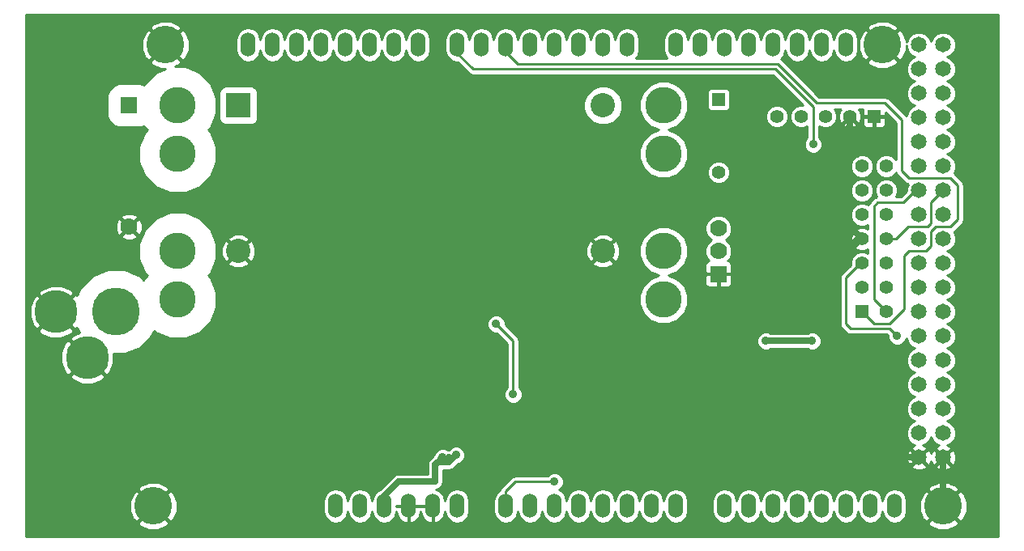
<source format=gbl>
G04 (created by PCBNEW (2012-oct-18)-testing) date Fri 23 Nov 2012 15:19:07 GMT*
%MOIN*%
G04 Gerber Fmt 3.4, Leading zero omitted, Abs format*
%FSLAX34Y34*%
G01*
G70*
G90*
G04 APERTURE LIST*
%ADD10C,2.3622e-06*%
%ADD11C,0.15*%
%ADD12C,0.07*%
%ADD13R,0.07X0.07*%
%ADD14R,0.055X0.055*%
%ADD15C,0.055*%
%ADD16R,0.1X0.1*%
%ADD17C,0.1*%
%ADD18C,0.19685*%
%ADD19C,0.177165*%
%ADD20O,0.06X0.1*%
%ADD21C,0.155*%
%ADD22C,0.065*%
%ADD23C,0.035*%
%ADD24C,0.025*%
%ADD25C,0.01*%
%ADD26C,0.035*%
G04 APERTURE END LIST*
G54D10*
G54D11*
X37500Y-34500D03*
X37500Y-32500D03*
X37500Y-28500D03*
X37500Y-26500D03*
X57500Y-26500D03*
X57500Y-28500D03*
X57500Y-32500D03*
X57500Y-34500D03*
G54D12*
X35500Y-31500D03*
G54D13*
X35500Y-26500D03*
G54D14*
X59750Y-26250D03*
G54D15*
X59750Y-29250D03*
G54D12*
X59750Y-31559D03*
X59750Y-32500D03*
G54D13*
X59750Y-33441D03*
G54D14*
X65650Y-35000D03*
G54D15*
X65650Y-34000D03*
X65650Y-33000D03*
X65650Y-32000D03*
X65650Y-31000D03*
X65650Y-30000D03*
X65650Y-29000D03*
X66650Y-29000D03*
X66650Y-30000D03*
X66650Y-31000D03*
X66650Y-32000D03*
X66650Y-33000D03*
X66650Y-34000D03*
X66650Y-35000D03*
G54D16*
X40000Y-26500D03*
G54D17*
X40000Y-32500D03*
X55000Y-32500D03*
X55000Y-26500D03*
G54D14*
X66150Y-26950D03*
G54D15*
X65150Y-26950D03*
X64150Y-26950D03*
X63150Y-26950D03*
X62150Y-26950D03*
G54D18*
X34960Y-35000D03*
G54D19*
X32500Y-35000D03*
X33779Y-36889D03*
G54D20*
X58000Y-24000D03*
X59000Y-24000D03*
X60000Y-24000D03*
X61000Y-24000D03*
X62000Y-24000D03*
X63000Y-24000D03*
X64000Y-24000D03*
X65000Y-24000D03*
X67000Y-43000D03*
X66000Y-43000D03*
X65000Y-43000D03*
X64000Y-43000D03*
X60000Y-43000D03*
X58000Y-43000D03*
X57000Y-43000D03*
X61000Y-43000D03*
X62000Y-43000D03*
X63000Y-43000D03*
X56000Y-43000D03*
X55000Y-43000D03*
X54000Y-43000D03*
X51000Y-43000D03*
X52000Y-43000D03*
X53000Y-43000D03*
X49000Y-43000D03*
X48000Y-43000D03*
X47000Y-43000D03*
X45000Y-43000D03*
X44000Y-43000D03*
X56000Y-24000D03*
X55000Y-24000D03*
X54000Y-24000D03*
X53000Y-24000D03*
X52000Y-24000D03*
X51000Y-24000D03*
X50000Y-24000D03*
X49000Y-24000D03*
X47400Y-24000D03*
X46400Y-24000D03*
X45400Y-24000D03*
X44400Y-24000D03*
X43400Y-24000D03*
X42400Y-24000D03*
X41400Y-24000D03*
X40400Y-24000D03*
X46000Y-43000D03*
G54D21*
X69000Y-43000D03*
X66500Y-24000D03*
X37000Y-24000D03*
X36500Y-43000D03*
G54D22*
X68000Y-25000D03*
X69000Y-25000D03*
X68000Y-26000D03*
X69000Y-26000D03*
X68000Y-27000D03*
X69000Y-27000D03*
X68000Y-28000D03*
X69000Y-28000D03*
X68000Y-24000D03*
X69000Y-24000D03*
X69000Y-29000D03*
X68000Y-29000D03*
X68000Y-30000D03*
X69000Y-30000D03*
X68000Y-31000D03*
X69000Y-31000D03*
X68000Y-32000D03*
X69000Y-32000D03*
X68000Y-33000D03*
X69000Y-33000D03*
X68000Y-34000D03*
X69000Y-34000D03*
X68000Y-35000D03*
X69000Y-35000D03*
X68000Y-36000D03*
X69000Y-36000D03*
X68000Y-37000D03*
X69000Y-37000D03*
X68000Y-38000D03*
X69000Y-38000D03*
X68000Y-39000D03*
X69000Y-39000D03*
X68000Y-40000D03*
X69000Y-40000D03*
X68000Y-41000D03*
X69000Y-41000D03*
G54D23*
X48950Y-40900D03*
X61700Y-36200D03*
X63600Y-36200D03*
X48400Y-41000D03*
X63650Y-28100D03*
X51300Y-38400D03*
X50600Y-35500D03*
X53000Y-42000D03*
X67100Y-36000D03*
X65500Y-43750D03*
X63500Y-43750D03*
X61500Y-43750D03*
X52500Y-43750D03*
X54500Y-43750D03*
X56500Y-43750D03*
X45500Y-43750D03*
X47500Y-43750D03*
X50450Y-40350D03*
X51300Y-40200D03*
X51100Y-41050D03*
X49850Y-41050D03*
X49300Y-41600D03*
X60000Y-39000D03*
X57250Y-39000D03*
X54500Y-39000D03*
X54500Y-40500D03*
X57250Y-40500D03*
X60000Y-40500D03*
X62440Y-37490D03*
X62420Y-35620D03*
X62610Y-33880D03*
X62970Y-32270D03*
X63360Y-31150D03*
X63360Y-29270D03*
X62640Y-27410D03*
X50000Y-27000D03*
X41000Y-27000D03*
X44000Y-27000D03*
X44000Y-30000D03*
X47000Y-30000D03*
X63000Y-23000D03*
X60000Y-23000D03*
X57000Y-23000D03*
X54000Y-23000D03*
X51000Y-23000D03*
X45000Y-23000D03*
X42000Y-23000D03*
X41000Y-30000D03*
X70500Y-41000D03*
X70500Y-38000D03*
X70500Y-35000D03*
X70500Y-32000D03*
X70500Y-29000D03*
X70500Y-26500D03*
X70500Y-24000D03*
X66000Y-38500D03*
X66000Y-37000D03*
X64500Y-37000D03*
X64500Y-38500D03*
X65250Y-39500D03*
X65250Y-40750D03*
X63000Y-41000D03*
X67000Y-41250D03*
X66500Y-28000D03*
X65250Y-28000D03*
X64500Y-30000D03*
X64500Y-32000D03*
X62000Y-29000D03*
X61000Y-27500D03*
X62500Y-31500D03*
X62500Y-30000D03*
X53000Y-27000D03*
X56000Y-30000D03*
X53000Y-30000D03*
X53000Y-33000D03*
X54000Y-35000D03*
X56000Y-36000D03*
X59000Y-36000D03*
X61500Y-34000D03*
X50000Y-33000D03*
X47000Y-33000D03*
X44000Y-33000D03*
X47000Y-35500D03*
X44000Y-36000D03*
X46000Y-39000D03*
X39000Y-24000D03*
X35000Y-24000D03*
X35000Y-30000D03*
X35000Y-33000D03*
X41000Y-33000D03*
X41000Y-36000D03*
X41000Y-39000D03*
X44000Y-42000D03*
X41000Y-42000D03*
X38000Y-42000D03*
X38000Y-39000D03*
X35000Y-39000D03*
X35000Y-42000D03*
X32000Y-42000D03*
X32000Y-39000D03*
X32000Y-24000D03*
X32000Y-27000D03*
X32000Y-30000D03*
X32000Y-33000D03*
G54D24*
X48300Y-41150D02*
X48500Y-41150D01*
X48500Y-41150D02*
X48650Y-41000D01*
X48250Y-41150D02*
X48300Y-41150D01*
X48300Y-41150D02*
X48350Y-41200D01*
X48350Y-41200D02*
X48650Y-41200D01*
X48650Y-41200D02*
X48950Y-40900D01*
X61700Y-36200D02*
X63600Y-36200D01*
X48100Y-42000D02*
X48100Y-41300D01*
X48100Y-41300D02*
X48250Y-41150D01*
X48250Y-41150D02*
X48400Y-41000D01*
X46600Y-42000D02*
X48100Y-42000D01*
X46000Y-42600D02*
X46000Y-43000D01*
X46000Y-42600D02*
X46600Y-42000D01*
G54D25*
X68000Y-30000D02*
X67850Y-30000D01*
X66150Y-34500D02*
X66650Y-35000D01*
X66150Y-30650D02*
X66150Y-34500D01*
X66300Y-30500D02*
X66150Y-30650D01*
X67350Y-30500D02*
X66300Y-30500D01*
X67850Y-30000D02*
X67350Y-30500D01*
X66650Y-32000D02*
X67050Y-32000D01*
X68500Y-30500D02*
X69000Y-30000D01*
X68500Y-31350D02*
X68500Y-30500D01*
X68350Y-31500D02*
X68500Y-31350D01*
X67550Y-31500D02*
X68350Y-31500D01*
X67050Y-32000D02*
X67550Y-31500D01*
X69600Y-29800D02*
X69600Y-31200D01*
X69300Y-29500D02*
X69600Y-29800D01*
X67600Y-29500D02*
X69300Y-29500D01*
X67300Y-29200D02*
X67600Y-29500D01*
X67300Y-27100D02*
X67300Y-29200D01*
X66600Y-26400D02*
X67300Y-27100D01*
X63800Y-26400D02*
X66600Y-26400D01*
X62200Y-24800D02*
X63800Y-26400D01*
X68500Y-31700D02*
X68500Y-32300D01*
X68700Y-31500D02*
X68500Y-31700D01*
X69300Y-31500D02*
X68700Y-31500D01*
X69600Y-31200D02*
X69300Y-31500D01*
X68500Y-32300D02*
X68300Y-32500D01*
X51000Y-24000D02*
X51000Y-24300D01*
X51500Y-24800D02*
X62200Y-24800D01*
X51000Y-24300D02*
X51500Y-24800D01*
X66150Y-35500D02*
X65650Y-35000D01*
X66800Y-35500D02*
X66150Y-35500D01*
X67400Y-34900D02*
X66800Y-35500D01*
X67400Y-32700D02*
X67400Y-34900D01*
X67600Y-32500D02*
X67400Y-32700D01*
X68300Y-32500D02*
X67600Y-32500D01*
X49000Y-24000D02*
X49000Y-24350D01*
X63650Y-26550D02*
X63650Y-28100D01*
X62100Y-25000D02*
X63650Y-26550D01*
X49650Y-25000D02*
X62100Y-25000D01*
X49000Y-24350D02*
X49650Y-25000D01*
X51300Y-36200D02*
X51300Y-38400D01*
X50600Y-35500D02*
X51300Y-36200D01*
X65650Y-33000D02*
X65600Y-33000D01*
X65600Y-33000D02*
X65000Y-33600D01*
X51000Y-42400D02*
X51000Y-43000D01*
X51400Y-42000D02*
X51000Y-42400D01*
X53000Y-42000D02*
X51400Y-42000D01*
X66780Y-35680D02*
X67100Y-36000D01*
X65180Y-35680D02*
X66780Y-35680D01*
X65000Y-35500D02*
X65180Y-35680D01*
X65000Y-33600D02*
X65000Y-35500D01*
X65500Y-43750D02*
X63500Y-43750D01*
X61500Y-43750D02*
X59000Y-43750D01*
X54500Y-43750D02*
X52500Y-43750D01*
X59000Y-43750D02*
X56500Y-43750D01*
X47500Y-43750D02*
X45500Y-43750D01*
X49850Y-41050D02*
X49850Y-40950D01*
X49850Y-40950D02*
X50450Y-40350D01*
X51100Y-41050D02*
X49850Y-41050D01*
G54D26*
X60000Y-39000D02*
X57250Y-39000D01*
X54500Y-39000D02*
X54500Y-40500D01*
X57250Y-40500D02*
X60000Y-40500D01*
G54D24*
X61500Y-34000D02*
X62490Y-34000D01*
X62490Y-34000D02*
X62610Y-33880D01*
G54D26*
X63360Y-31150D02*
X63355Y-31145D01*
X63360Y-29270D02*
X63340Y-29290D01*
X63340Y-29290D02*
X63340Y-29350D01*
G54D25*
X62640Y-27410D02*
X62670Y-27440D01*
X62670Y-27440D02*
X62670Y-27450D01*
X53000Y-27000D02*
X50000Y-27000D01*
X41750Y-27750D02*
X42000Y-27750D01*
X41000Y-27000D02*
X41750Y-27750D01*
X44000Y-30000D02*
X44000Y-27000D01*
X50000Y-33000D02*
X47000Y-30000D01*
X60000Y-23000D02*
X63000Y-23000D01*
X54000Y-23000D02*
X57000Y-23000D01*
X45000Y-23000D02*
X51000Y-23000D01*
X40000Y-23000D02*
X42000Y-23000D01*
X39000Y-24000D02*
X40000Y-23000D01*
X41000Y-33000D02*
X41000Y-30000D01*
X70000Y-42000D02*
X69000Y-43000D01*
X70500Y-42000D02*
X70000Y-42000D01*
X70500Y-41000D02*
X70500Y-42000D01*
X70500Y-35000D02*
X70500Y-38000D01*
X70500Y-29000D02*
X70500Y-32000D01*
X70500Y-24000D02*
X70500Y-26500D01*
X66000Y-37000D02*
X66000Y-38500D01*
X64500Y-38500D02*
X64500Y-37000D01*
X65250Y-40750D02*
X65250Y-39500D01*
X68000Y-41000D02*
X67750Y-41250D01*
X63000Y-41000D02*
X62750Y-41250D01*
X67750Y-41250D02*
X67000Y-41250D01*
G54D24*
X65650Y-32000D02*
X65500Y-32000D01*
X67500Y-41000D02*
X68000Y-41000D01*
X67000Y-40500D02*
X67500Y-41000D01*
X67000Y-37000D02*
X67000Y-40500D01*
X66250Y-36250D02*
X67000Y-37000D01*
X65000Y-36250D02*
X66250Y-36250D01*
X64500Y-35750D02*
X65000Y-36250D01*
X64500Y-33000D02*
X64500Y-35750D01*
X65500Y-32000D02*
X64500Y-33000D01*
G54D25*
X64500Y-28000D02*
X65250Y-28000D01*
X66500Y-28000D02*
X67000Y-28000D01*
G54D24*
X63500Y-29000D02*
X63750Y-29000D01*
X65000Y-31350D02*
X65650Y-32000D01*
X65000Y-29750D02*
X65000Y-31350D01*
X64750Y-29500D02*
X65000Y-29750D01*
X64250Y-29500D02*
X64750Y-29500D01*
X63750Y-29000D02*
X64250Y-29500D01*
X65150Y-26950D02*
X65150Y-27350D01*
X63500Y-29000D02*
X62000Y-29000D01*
X65150Y-27350D02*
X64500Y-28000D01*
X64500Y-28000D02*
X63500Y-29000D01*
G54D25*
X62500Y-31500D02*
X63000Y-31500D01*
X63000Y-31500D02*
X63355Y-31145D01*
X63355Y-31145D02*
X64500Y-30000D01*
X62500Y-31500D02*
X64000Y-31500D01*
X64000Y-31500D02*
X64500Y-32000D01*
X61500Y-34000D02*
X61500Y-32500D01*
X61000Y-27500D02*
X61000Y-27000D01*
X62000Y-29500D02*
X62000Y-29000D01*
X62500Y-30000D02*
X62000Y-29500D01*
X61500Y-32500D02*
X62500Y-31500D01*
X53000Y-30000D02*
X56000Y-30000D01*
X53000Y-34000D02*
X53000Y-33000D01*
X54000Y-35000D02*
X53000Y-34000D01*
X56750Y-36750D02*
X56000Y-36000D01*
X58250Y-36750D02*
X56750Y-36750D01*
X59000Y-36000D02*
X58250Y-36750D01*
X44000Y-42000D02*
X44000Y-41000D01*
X44000Y-33000D02*
X47000Y-33000D01*
X44500Y-35500D02*
X47000Y-35500D01*
X44000Y-36000D02*
X44500Y-35500D01*
X44000Y-41000D02*
X46000Y-39000D01*
X32000Y-33000D02*
X35000Y-33000D01*
X34000Y-25000D02*
X35000Y-24000D01*
X34000Y-29000D02*
X34000Y-25000D01*
X35000Y-30000D02*
X34000Y-29000D01*
X41000Y-39000D02*
X41000Y-36000D01*
X41000Y-42000D02*
X44000Y-42000D01*
X38000Y-39000D02*
X38000Y-42000D01*
X35000Y-42000D02*
X35000Y-39000D01*
X32000Y-39000D02*
X32000Y-42000D01*
X32000Y-27000D02*
X32000Y-24000D01*
X32000Y-33000D02*
X32000Y-30000D01*
G54D24*
X69000Y-41000D02*
X69000Y-43000D01*
G54D10*
G36*
X71260Y-44260D02*
X69977Y-44260D01*
X69977Y-42819D01*
X69850Y-42498D01*
X69850Y-31200D01*
X69849Y-31200D01*
X69850Y-31200D01*
X69850Y-29800D01*
X69849Y-29799D01*
X69850Y-29799D01*
X69846Y-29780D01*
X69830Y-29704D01*
X69830Y-29704D01*
X69776Y-29623D01*
X69776Y-29623D01*
X69476Y-29323D01*
X69442Y-29300D01*
X69444Y-29297D01*
X69524Y-29104D01*
X69525Y-28896D01*
X69445Y-28703D01*
X69297Y-28555D01*
X69164Y-28499D01*
X69297Y-28445D01*
X69444Y-28297D01*
X69524Y-28104D01*
X69525Y-27896D01*
X69445Y-27703D01*
X69297Y-27555D01*
X69164Y-27499D01*
X69297Y-27445D01*
X69444Y-27297D01*
X69524Y-27104D01*
X69525Y-26896D01*
X69445Y-26703D01*
X69297Y-26555D01*
X69164Y-26499D01*
X69297Y-26445D01*
X69444Y-26297D01*
X69524Y-26104D01*
X69525Y-25896D01*
X69445Y-25703D01*
X69297Y-25555D01*
X69164Y-25499D01*
X69297Y-25445D01*
X69444Y-25297D01*
X69524Y-25104D01*
X69525Y-24896D01*
X69445Y-24703D01*
X69297Y-24555D01*
X69164Y-24499D01*
X69297Y-24445D01*
X69444Y-24297D01*
X69524Y-24104D01*
X69525Y-23896D01*
X69445Y-23703D01*
X69297Y-23555D01*
X69104Y-23475D01*
X68896Y-23474D01*
X68703Y-23554D01*
X68555Y-23702D01*
X68499Y-23835D01*
X68445Y-23703D01*
X68297Y-23555D01*
X68104Y-23475D01*
X67896Y-23474D01*
X67703Y-23554D01*
X67555Y-23702D01*
X67476Y-23891D01*
X67477Y-23819D01*
X67334Y-23459D01*
X67318Y-23436D01*
X67185Y-23350D01*
X67149Y-23385D01*
X67149Y-23314D01*
X67063Y-23181D01*
X66707Y-23027D01*
X66319Y-23022D01*
X65959Y-23165D01*
X65936Y-23181D01*
X65850Y-23314D01*
X66500Y-23964D01*
X67149Y-23314D01*
X67149Y-23385D01*
X66535Y-24000D01*
X67185Y-24649D01*
X67318Y-24563D01*
X67472Y-24207D01*
X67474Y-24007D01*
X67474Y-24103D01*
X67554Y-24297D01*
X67702Y-24444D01*
X67835Y-24500D01*
X67703Y-24554D01*
X67555Y-24702D01*
X67475Y-24895D01*
X67474Y-25103D01*
X67554Y-25297D01*
X67702Y-25444D01*
X67835Y-25500D01*
X67703Y-25554D01*
X67555Y-25702D01*
X67475Y-25895D01*
X67474Y-26103D01*
X67554Y-26297D01*
X67702Y-26444D01*
X67835Y-26500D01*
X67703Y-26554D01*
X67555Y-26702D01*
X67475Y-26895D01*
X67475Y-26921D01*
X67149Y-26596D01*
X67149Y-24685D01*
X66500Y-24035D01*
X66464Y-24070D01*
X66464Y-24000D01*
X65814Y-23350D01*
X65681Y-23436D01*
X65527Y-23792D01*
X65522Y-24180D01*
X65665Y-24540D01*
X65681Y-24563D01*
X65814Y-24649D01*
X66464Y-24000D01*
X66464Y-24070D01*
X65850Y-24685D01*
X65936Y-24818D01*
X66292Y-24972D01*
X66680Y-24977D01*
X67040Y-24834D01*
X67063Y-24818D01*
X67149Y-24685D01*
X67149Y-26596D01*
X66776Y-26223D01*
X66695Y-26169D01*
X66600Y-26150D01*
X63903Y-26150D01*
X62376Y-24623D01*
X62323Y-24587D01*
X62353Y-24567D01*
X62461Y-24405D01*
X62500Y-24213D01*
X62538Y-24405D01*
X62646Y-24567D01*
X62808Y-24675D01*
X63000Y-24713D01*
X63191Y-24675D01*
X63353Y-24567D01*
X63461Y-24405D01*
X63500Y-24213D01*
X63538Y-24405D01*
X63646Y-24567D01*
X63808Y-24675D01*
X64000Y-24713D01*
X64191Y-24675D01*
X64353Y-24567D01*
X64461Y-24405D01*
X64500Y-24213D01*
X64538Y-24405D01*
X64646Y-24567D01*
X64808Y-24675D01*
X65000Y-24713D01*
X65191Y-24675D01*
X65353Y-24567D01*
X65461Y-24405D01*
X65500Y-24213D01*
X65500Y-23786D01*
X65461Y-23594D01*
X65353Y-23432D01*
X65191Y-23324D01*
X65000Y-23286D01*
X64808Y-23324D01*
X64646Y-23432D01*
X64538Y-23594D01*
X64500Y-23786D01*
X64461Y-23594D01*
X64353Y-23432D01*
X64191Y-23324D01*
X64000Y-23286D01*
X63808Y-23324D01*
X63646Y-23432D01*
X63538Y-23594D01*
X63500Y-23786D01*
X63461Y-23594D01*
X63353Y-23432D01*
X63191Y-23324D01*
X63000Y-23286D01*
X62808Y-23324D01*
X62646Y-23432D01*
X62538Y-23594D01*
X62500Y-23786D01*
X62461Y-23594D01*
X62353Y-23432D01*
X62191Y-23324D01*
X62000Y-23286D01*
X61808Y-23324D01*
X61646Y-23432D01*
X61538Y-23594D01*
X61500Y-23786D01*
X61461Y-23594D01*
X61353Y-23432D01*
X61191Y-23324D01*
X61000Y-23286D01*
X60808Y-23324D01*
X60646Y-23432D01*
X60538Y-23594D01*
X60500Y-23786D01*
X60461Y-23594D01*
X60353Y-23432D01*
X60191Y-23324D01*
X60000Y-23286D01*
X59808Y-23324D01*
X59646Y-23432D01*
X59538Y-23594D01*
X59500Y-23786D01*
X59461Y-23594D01*
X59353Y-23432D01*
X59191Y-23324D01*
X59000Y-23286D01*
X58808Y-23324D01*
X58646Y-23432D01*
X58538Y-23594D01*
X58500Y-23786D01*
X58461Y-23594D01*
X58353Y-23432D01*
X58191Y-23324D01*
X58000Y-23286D01*
X57808Y-23324D01*
X57646Y-23432D01*
X57538Y-23594D01*
X57500Y-23786D01*
X57500Y-24213D01*
X57538Y-24405D01*
X57634Y-24550D01*
X56365Y-24550D01*
X56461Y-24405D01*
X56500Y-24213D01*
X56500Y-23786D01*
X56461Y-23594D01*
X56353Y-23432D01*
X56191Y-23324D01*
X56000Y-23286D01*
X55808Y-23324D01*
X55646Y-23432D01*
X55538Y-23594D01*
X55500Y-23786D01*
X55461Y-23594D01*
X55353Y-23432D01*
X55191Y-23324D01*
X55000Y-23286D01*
X54808Y-23324D01*
X54646Y-23432D01*
X54538Y-23594D01*
X54500Y-23786D01*
X54461Y-23594D01*
X54353Y-23432D01*
X54191Y-23324D01*
X54000Y-23286D01*
X53808Y-23324D01*
X53646Y-23432D01*
X53538Y-23594D01*
X53500Y-23786D01*
X53461Y-23594D01*
X53353Y-23432D01*
X53191Y-23324D01*
X53000Y-23286D01*
X52808Y-23324D01*
X52646Y-23432D01*
X52538Y-23594D01*
X52500Y-23786D01*
X52461Y-23594D01*
X52353Y-23432D01*
X52191Y-23324D01*
X52000Y-23286D01*
X51808Y-23324D01*
X51646Y-23432D01*
X51538Y-23594D01*
X51500Y-23786D01*
X51461Y-23594D01*
X51353Y-23432D01*
X51191Y-23324D01*
X51000Y-23286D01*
X50808Y-23324D01*
X50646Y-23432D01*
X50538Y-23594D01*
X50500Y-23786D01*
X50461Y-23594D01*
X50353Y-23432D01*
X50191Y-23324D01*
X50000Y-23286D01*
X49808Y-23324D01*
X49646Y-23432D01*
X49538Y-23594D01*
X49500Y-23786D01*
X49461Y-23594D01*
X49353Y-23432D01*
X49191Y-23324D01*
X49000Y-23286D01*
X48808Y-23324D01*
X48646Y-23432D01*
X48538Y-23594D01*
X48500Y-23786D01*
X48500Y-24213D01*
X48538Y-24405D01*
X48646Y-24567D01*
X48808Y-24675D01*
X49000Y-24713D01*
X49008Y-24712D01*
X49473Y-25176D01*
X49473Y-25176D01*
X49554Y-25230D01*
X49554Y-25230D01*
X49650Y-25250D01*
X61996Y-25250D01*
X63221Y-26475D01*
X63055Y-26474D01*
X62881Y-26547D01*
X62747Y-26680D01*
X62675Y-26855D01*
X62674Y-27044D01*
X62747Y-27218D01*
X62880Y-27352D01*
X63055Y-27424D01*
X63244Y-27425D01*
X63400Y-27360D01*
X63400Y-27819D01*
X63332Y-27887D01*
X63275Y-28025D01*
X63274Y-28174D01*
X63331Y-28312D01*
X63437Y-28417D01*
X63575Y-28474D01*
X63724Y-28475D01*
X63862Y-28418D01*
X63967Y-28312D01*
X64024Y-28174D01*
X64025Y-28025D01*
X63968Y-27887D01*
X63900Y-27819D01*
X63900Y-27360D01*
X64055Y-27424D01*
X64244Y-27425D01*
X64418Y-27352D01*
X64552Y-27219D01*
X64624Y-27044D01*
X64625Y-26855D01*
X64552Y-26681D01*
X64521Y-26650D01*
X64766Y-26650D01*
X64755Y-26661D01*
X64771Y-26677D01*
X64744Y-26685D01*
X64673Y-26861D01*
X64676Y-27050D01*
X64744Y-27214D01*
X64825Y-27238D01*
X65079Y-26985D01*
X65079Y-26985D01*
X65114Y-26950D01*
X65114Y-26950D01*
X65150Y-26914D01*
X65220Y-26985D01*
X65474Y-27238D01*
X65555Y-27214D01*
X65626Y-27038D01*
X65623Y-26849D01*
X65555Y-26685D01*
X65528Y-26677D01*
X65544Y-26661D01*
X65533Y-26650D01*
X65675Y-26650D01*
X65674Y-26714D01*
X65675Y-26875D01*
X65725Y-26925D01*
X66075Y-26925D01*
X66125Y-26925D01*
X66175Y-26925D01*
X66225Y-26925D01*
X66575Y-26925D01*
X66625Y-26875D01*
X66625Y-26778D01*
X67050Y-27203D01*
X67050Y-28728D01*
X66919Y-28597D01*
X66744Y-28525D01*
X66625Y-28524D01*
X66625Y-27185D01*
X66625Y-27025D01*
X66575Y-26975D01*
X66175Y-26975D01*
X66175Y-27375D01*
X66225Y-27425D01*
X66464Y-27425D01*
X66538Y-27394D01*
X66594Y-27338D01*
X66624Y-27264D01*
X66625Y-27185D01*
X66625Y-28524D01*
X66555Y-28524D01*
X66381Y-28597D01*
X66247Y-28730D01*
X66175Y-28905D01*
X66174Y-29094D01*
X66247Y-29268D01*
X66380Y-29402D01*
X66555Y-29474D01*
X66744Y-29475D01*
X66918Y-29402D01*
X67052Y-29269D01*
X67060Y-29250D01*
X67069Y-29295D01*
X67123Y-29376D01*
X67423Y-29676D01*
X67423Y-29676D01*
X67504Y-29730D01*
X67504Y-29730D01*
X67540Y-29738D01*
X67475Y-29895D01*
X67474Y-30021D01*
X67246Y-30250D01*
X67060Y-30250D01*
X67124Y-30094D01*
X67125Y-29905D01*
X67052Y-29731D01*
X66919Y-29597D01*
X66744Y-29525D01*
X66555Y-29524D01*
X66381Y-29597D01*
X66247Y-29730D01*
X66175Y-29905D01*
X66174Y-30094D01*
X66243Y-30261D01*
X66204Y-30269D01*
X66125Y-30321D01*
X66125Y-29905D01*
X66125Y-28905D01*
X66125Y-28905D01*
X66125Y-27375D01*
X66125Y-26975D01*
X65725Y-26975D01*
X65675Y-27025D01*
X65674Y-27185D01*
X65675Y-27264D01*
X65705Y-27338D01*
X65761Y-27394D01*
X65835Y-27425D01*
X66075Y-27425D01*
X66125Y-27375D01*
X66125Y-28905D01*
X66052Y-28731D01*
X65919Y-28597D01*
X65744Y-28525D01*
X65626Y-28524D01*
X65555Y-28524D01*
X65438Y-28573D01*
X65438Y-27274D01*
X65150Y-26985D01*
X65114Y-27020D01*
X64861Y-27274D01*
X64885Y-27355D01*
X65061Y-27426D01*
X65250Y-27423D01*
X65414Y-27355D01*
X65438Y-27274D01*
X65438Y-28573D01*
X65381Y-28597D01*
X65247Y-28730D01*
X65175Y-28905D01*
X65174Y-29094D01*
X65247Y-29268D01*
X65380Y-29402D01*
X65555Y-29474D01*
X65744Y-29475D01*
X65918Y-29402D01*
X66052Y-29269D01*
X66124Y-29094D01*
X66125Y-28905D01*
X66125Y-29905D01*
X66052Y-29731D01*
X65919Y-29597D01*
X65744Y-29525D01*
X65555Y-29524D01*
X65381Y-29597D01*
X65247Y-29730D01*
X65175Y-29905D01*
X65174Y-30094D01*
X65247Y-30268D01*
X65380Y-30402D01*
X65555Y-30474D01*
X65744Y-30475D01*
X65918Y-30402D01*
X66052Y-30269D01*
X66124Y-30094D01*
X66125Y-29905D01*
X66125Y-30321D01*
X66123Y-30323D01*
X65973Y-30473D01*
X65919Y-30554D01*
X65911Y-30594D01*
X65744Y-30525D01*
X65555Y-30524D01*
X65381Y-30597D01*
X65247Y-30730D01*
X65175Y-30905D01*
X65174Y-31094D01*
X65247Y-31268D01*
X65380Y-31402D01*
X65555Y-31474D01*
X65744Y-31475D01*
X65900Y-31410D01*
X65900Y-31588D01*
X65738Y-31523D01*
X65549Y-31526D01*
X65385Y-31594D01*
X65361Y-31675D01*
X65614Y-31929D01*
X65614Y-31929D01*
X65685Y-32000D01*
X65614Y-32070D01*
X65614Y-32000D01*
X65325Y-31711D01*
X65244Y-31735D01*
X65173Y-31911D01*
X65176Y-32100D01*
X65244Y-32264D01*
X65325Y-32288D01*
X65614Y-32000D01*
X65614Y-32070D01*
X65361Y-32324D01*
X65385Y-32405D01*
X65561Y-32476D01*
X65750Y-32473D01*
X65900Y-32411D01*
X65900Y-32589D01*
X65744Y-32525D01*
X65555Y-32524D01*
X65381Y-32597D01*
X65247Y-32730D01*
X65175Y-32905D01*
X65174Y-33071D01*
X64823Y-33423D01*
X64769Y-33504D01*
X64750Y-33600D01*
X64750Y-35500D01*
X64769Y-35595D01*
X64823Y-35676D01*
X65003Y-35856D01*
X65084Y-35910D01*
X65084Y-35910D01*
X65180Y-35930D01*
X66676Y-35930D01*
X66725Y-35978D01*
X66724Y-36074D01*
X66781Y-36212D01*
X66887Y-36317D01*
X67025Y-36374D01*
X67174Y-36375D01*
X67312Y-36318D01*
X67417Y-36212D01*
X67474Y-36074D01*
X67474Y-36103D01*
X67554Y-36297D01*
X67702Y-36444D01*
X67835Y-36500D01*
X67703Y-36554D01*
X67555Y-36702D01*
X67475Y-36895D01*
X67474Y-37103D01*
X67554Y-37297D01*
X67702Y-37444D01*
X67835Y-37500D01*
X67703Y-37554D01*
X67555Y-37702D01*
X67475Y-37895D01*
X67474Y-38103D01*
X67554Y-38297D01*
X67702Y-38444D01*
X67835Y-38500D01*
X67703Y-38554D01*
X67555Y-38702D01*
X67475Y-38895D01*
X67474Y-39103D01*
X67554Y-39297D01*
X67702Y-39444D01*
X67835Y-39500D01*
X67703Y-39554D01*
X67555Y-39702D01*
X67475Y-39895D01*
X67474Y-40103D01*
X67554Y-40297D01*
X67702Y-40444D01*
X67834Y-40499D01*
X67705Y-40552D01*
X67674Y-40639D01*
X68000Y-40964D01*
X68325Y-40639D01*
X68294Y-40552D01*
X68164Y-40500D01*
X68297Y-40445D01*
X68444Y-40297D01*
X68500Y-40164D01*
X68554Y-40297D01*
X68702Y-40444D01*
X68834Y-40499D01*
X68705Y-40552D01*
X68674Y-40639D01*
X69000Y-40964D01*
X69325Y-40639D01*
X69294Y-40552D01*
X69164Y-40500D01*
X69297Y-40445D01*
X69444Y-40297D01*
X69524Y-40104D01*
X69525Y-39896D01*
X69445Y-39703D01*
X69297Y-39555D01*
X69164Y-39499D01*
X69297Y-39445D01*
X69444Y-39297D01*
X69524Y-39104D01*
X69525Y-38896D01*
X69445Y-38703D01*
X69297Y-38555D01*
X69164Y-38499D01*
X69297Y-38445D01*
X69444Y-38297D01*
X69524Y-38104D01*
X69525Y-37896D01*
X69445Y-37703D01*
X69297Y-37555D01*
X69164Y-37499D01*
X69297Y-37445D01*
X69444Y-37297D01*
X69524Y-37104D01*
X69525Y-36896D01*
X69445Y-36703D01*
X69297Y-36555D01*
X69164Y-36499D01*
X69297Y-36445D01*
X69444Y-36297D01*
X69524Y-36104D01*
X69525Y-35896D01*
X69445Y-35703D01*
X69297Y-35555D01*
X69164Y-35499D01*
X69297Y-35445D01*
X69444Y-35297D01*
X69524Y-35104D01*
X69525Y-34896D01*
X69445Y-34703D01*
X69297Y-34555D01*
X69164Y-34499D01*
X69297Y-34445D01*
X69444Y-34297D01*
X69524Y-34104D01*
X69525Y-33896D01*
X69445Y-33703D01*
X69297Y-33555D01*
X69164Y-33499D01*
X69297Y-33445D01*
X69444Y-33297D01*
X69524Y-33104D01*
X69525Y-32896D01*
X69445Y-32703D01*
X69297Y-32555D01*
X69164Y-32499D01*
X69297Y-32445D01*
X69444Y-32297D01*
X69524Y-32104D01*
X69525Y-31896D01*
X69445Y-31703D01*
X69442Y-31699D01*
X69476Y-31676D01*
X69776Y-31376D01*
X69776Y-31376D01*
X69776Y-31376D01*
X69830Y-31295D01*
X69830Y-31295D01*
X69846Y-31219D01*
X69850Y-31200D01*
X69850Y-42498D01*
X69834Y-42459D01*
X69818Y-42436D01*
X69685Y-42350D01*
X69649Y-42385D01*
X69649Y-42314D01*
X69563Y-42181D01*
X69525Y-42164D01*
X69525Y-41100D01*
X69524Y-40891D01*
X69447Y-40705D01*
X69360Y-40674D01*
X69035Y-41000D01*
X69360Y-41325D01*
X69447Y-41294D01*
X69525Y-41100D01*
X69525Y-42164D01*
X69325Y-42078D01*
X69325Y-41360D01*
X69000Y-41035D01*
X68964Y-41070D01*
X68964Y-41000D01*
X68639Y-40674D01*
X68552Y-40705D01*
X68500Y-40834D01*
X68447Y-40705D01*
X68360Y-40674D01*
X68035Y-41000D01*
X68360Y-41325D01*
X68447Y-41294D01*
X68499Y-41165D01*
X68552Y-41294D01*
X68639Y-41325D01*
X68964Y-41000D01*
X68964Y-41070D01*
X68674Y-41360D01*
X68705Y-41447D01*
X68899Y-41525D01*
X69108Y-41524D01*
X69294Y-41447D01*
X69325Y-41360D01*
X69325Y-42078D01*
X69207Y-42027D01*
X68819Y-42022D01*
X68459Y-42165D01*
X68436Y-42181D01*
X68350Y-42314D01*
X69000Y-42964D01*
X69649Y-42314D01*
X69649Y-42385D01*
X69035Y-43000D01*
X69685Y-43649D01*
X69818Y-43563D01*
X69972Y-43207D01*
X69977Y-42819D01*
X69977Y-44260D01*
X69649Y-44260D01*
X69649Y-43685D01*
X69000Y-43035D01*
X68964Y-43070D01*
X68964Y-43000D01*
X68325Y-42360D01*
X68325Y-41360D01*
X68000Y-41035D01*
X67964Y-41070D01*
X67964Y-41000D01*
X67639Y-40674D01*
X67552Y-40705D01*
X67474Y-40899D01*
X67475Y-41108D01*
X67552Y-41294D01*
X67639Y-41325D01*
X67964Y-41000D01*
X67964Y-41070D01*
X67674Y-41360D01*
X67705Y-41447D01*
X67899Y-41525D01*
X68108Y-41524D01*
X68294Y-41447D01*
X68325Y-41360D01*
X68325Y-42360D01*
X68314Y-42350D01*
X68181Y-42436D01*
X68027Y-42792D01*
X68022Y-43180D01*
X68165Y-43540D01*
X68181Y-43563D01*
X68314Y-43649D01*
X68964Y-43000D01*
X68964Y-43070D01*
X68350Y-43685D01*
X68436Y-43818D01*
X68792Y-43972D01*
X69180Y-43977D01*
X69540Y-43834D01*
X69563Y-43818D01*
X69649Y-43685D01*
X69649Y-44260D01*
X67500Y-44260D01*
X67500Y-43213D01*
X67500Y-42786D01*
X67461Y-42594D01*
X67353Y-42432D01*
X67191Y-42324D01*
X67000Y-42286D01*
X66808Y-42324D01*
X66646Y-42432D01*
X66538Y-42594D01*
X66500Y-42786D01*
X66461Y-42594D01*
X66353Y-42432D01*
X66191Y-42324D01*
X66000Y-42286D01*
X65808Y-42324D01*
X65646Y-42432D01*
X65538Y-42594D01*
X65500Y-42786D01*
X65461Y-42594D01*
X65353Y-42432D01*
X65191Y-42324D01*
X65000Y-42286D01*
X64808Y-42324D01*
X64646Y-42432D01*
X64538Y-42594D01*
X64500Y-42786D01*
X64461Y-42594D01*
X64353Y-42432D01*
X64191Y-42324D01*
X64000Y-42286D01*
X63975Y-42291D01*
X63975Y-36125D01*
X63918Y-35987D01*
X63812Y-35882D01*
X63674Y-35825D01*
X63525Y-35824D01*
X63404Y-35875D01*
X62625Y-35875D01*
X62625Y-26855D01*
X62552Y-26681D01*
X62419Y-26547D01*
X62244Y-26475D01*
X62055Y-26474D01*
X61881Y-26547D01*
X61747Y-26680D01*
X61675Y-26855D01*
X61674Y-27044D01*
X61747Y-27218D01*
X61880Y-27352D01*
X62055Y-27424D01*
X62244Y-27425D01*
X62418Y-27352D01*
X62552Y-27219D01*
X62624Y-27044D01*
X62625Y-26855D01*
X62625Y-35875D01*
X61895Y-35875D01*
X61774Y-35825D01*
X61625Y-35824D01*
X61487Y-35881D01*
X61382Y-35987D01*
X61325Y-36125D01*
X61324Y-36274D01*
X61381Y-36412D01*
X61487Y-36517D01*
X61625Y-36574D01*
X61774Y-36575D01*
X61895Y-36525D01*
X63404Y-36525D01*
X63525Y-36574D01*
X63674Y-36575D01*
X63812Y-36518D01*
X63917Y-36412D01*
X63974Y-36274D01*
X63975Y-36125D01*
X63975Y-42291D01*
X63808Y-42324D01*
X63646Y-42432D01*
X63538Y-42594D01*
X63500Y-42786D01*
X63461Y-42594D01*
X63353Y-42432D01*
X63191Y-42324D01*
X63000Y-42286D01*
X62808Y-42324D01*
X62646Y-42432D01*
X62538Y-42594D01*
X62500Y-42786D01*
X62461Y-42594D01*
X62353Y-42432D01*
X62191Y-42324D01*
X62000Y-42286D01*
X61808Y-42324D01*
X61646Y-42432D01*
X61538Y-42594D01*
X61500Y-42786D01*
X61461Y-42594D01*
X61353Y-42432D01*
X61191Y-42324D01*
X61000Y-42286D01*
X60808Y-42324D01*
X60646Y-42432D01*
X60538Y-42594D01*
X60500Y-42786D01*
X60461Y-42594D01*
X60353Y-42432D01*
X60300Y-42397D01*
X60300Y-32391D01*
X60216Y-32188D01*
X60061Y-32034D01*
X60051Y-32029D01*
X60061Y-32025D01*
X60215Y-31870D01*
X60299Y-31668D01*
X60300Y-31450D01*
X60225Y-31268D01*
X60225Y-29155D01*
X60225Y-29155D01*
X60225Y-26485D01*
X60225Y-25935D01*
X60194Y-25861D01*
X60138Y-25805D01*
X60064Y-25775D01*
X59985Y-25774D01*
X59435Y-25774D01*
X59361Y-25805D01*
X59305Y-25861D01*
X59275Y-25935D01*
X59274Y-26014D01*
X59274Y-26564D01*
X59305Y-26638D01*
X59361Y-26694D01*
X59435Y-26724D01*
X59514Y-26725D01*
X60064Y-26725D01*
X60138Y-26694D01*
X60194Y-26638D01*
X60224Y-26564D01*
X60225Y-26485D01*
X60225Y-29155D01*
X60152Y-28981D01*
X60019Y-28847D01*
X59844Y-28775D01*
X59655Y-28774D01*
X59481Y-28847D01*
X59347Y-28980D01*
X59275Y-29155D01*
X59274Y-29344D01*
X59347Y-29518D01*
X59480Y-29652D01*
X59655Y-29724D01*
X59844Y-29725D01*
X60018Y-29652D01*
X60152Y-29519D01*
X60224Y-29344D01*
X60225Y-29155D01*
X60225Y-31268D01*
X60216Y-31247D01*
X60061Y-31093D01*
X59859Y-31009D01*
X59641Y-31008D01*
X59438Y-31092D01*
X59284Y-31247D01*
X59200Y-31449D01*
X59199Y-31667D01*
X59283Y-31870D01*
X59438Y-32024D01*
X59448Y-32029D01*
X59438Y-32033D01*
X59284Y-32188D01*
X59200Y-32390D01*
X59199Y-32608D01*
X59283Y-32811D01*
X59363Y-32890D01*
X59360Y-32890D01*
X59286Y-32921D01*
X59230Y-32977D01*
X59200Y-33051D01*
X59199Y-33130D01*
X59200Y-33366D01*
X59250Y-33416D01*
X59675Y-33416D01*
X59725Y-33416D01*
X59775Y-33416D01*
X59825Y-33416D01*
X60250Y-33416D01*
X60300Y-33366D01*
X60300Y-33130D01*
X60299Y-33051D01*
X60269Y-32977D01*
X60213Y-32921D01*
X60139Y-32890D01*
X60136Y-32890D01*
X60215Y-32811D01*
X60299Y-32609D01*
X60300Y-32391D01*
X60300Y-42397D01*
X60300Y-42396D01*
X60300Y-33751D01*
X60300Y-33516D01*
X60250Y-33466D01*
X59775Y-33466D01*
X59775Y-33941D01*
X59825Y-33991D01*
X60139Y-33991D01*
X60213Y-33960D01*
X60269Y-33904D01*
X60299Y-33830D01*
X60300Y-33751D01*
X60300Y-42396D01*
X60191Y-42324D01*
X60000Y-42286D01*
X59808Y-42324D01*
X59725Y-42380D01*
X59725Y-33941D01*
X59725Y-33466D01*
X59250Y-33466D01*
X59200Y-33516D01*
X59199Y-33751D01*
X59200Y-33830D01*
X59230Y-33904D01*
X59286Y-33960D01*
X59360Y-33991D01*
X59675Y-33991D01*
X59725Y-33941D01*
X59725Y-42380D01*
X59646Y-42432D01*
X59538Y-42594D01*
X59500Y-42786D01*
X59500Y-43213D01*
X59538Y-43405D01*
X59646Y-43567D01*
X59808Y-43675D01*
X60000Y-43713D01*
X60191Y-43675D01*
X60353Y-43567D01*
X60461Y-43405D01*
X60500Y-43213D01*
X60538Y-43405D01*
X60646Y-43567D01*
X60808Y-43675D01*
X61000Y-43713D01*
X61191Y-43675D01*
X61353Y-43567D01*
X61461Y-43405D01*
X61500Y-43213D01*
X61538Y-43405D01*
X61646Y-43567D01*
X61808Y-43675D01*
X62000Y-43713D01*
X62191Y-43675D01*
X62353Y-43567D01*
X62461Y-43405D01*
X62500Y-43213D01*
X62538Y-43405D01*
X62646Y-43567D01*
X62808Y-43675D01*
X63000Y-43713D01*
X63191Y-43675D01*
X63353Y-43567D01*
X63461Y-43405D01*
X63500Y-43213D01*
X63538Y-43405D01*
X63646Y-43567D01*
X63808Y-43675D01*
X64000Y-43713D01*
X64191Y-43675D01*
X64353Y-43567D01*
X64461Y-43405D01*
X64500Y-43213D01*
X64538Y-43405D01*
X64646Y-43567D01*
X64808Y-43675D01*
X65000Y-43713D01*
X65191Y-43675D01*
X65353Y-43567D01*
X65461Y-43405D01*
X65500Y-43213D01*
X65538Y-43405D01*
X65646Y-43567D01*
X65808Y-43675D01*
X66000Y-43713D01*
X66191Y-43675D01*
X66353Y-43567D01*
X66461Y-43405D01*
X66500Y-43213D01*
X66538Y-43405D01*
X66646Y-43567D01*
X66808Y-43675D01*
X67000Y-43713D01*
X67191Y-43675D01*
X67353Y-43567D01*
X67461Y-43405D01*
X67500Y-43213D01*
X67500Y-44260D01*
X58500Y-44260D01*
X58500Y-34301D01*
X58348Y-33934D01*
X58067Y-33652D01*
X57699Y-33500D01*
X57698Y-33500D01*
X58065Y-33348D01*
X58347Y-33067D01*
X58499Y-32699D01*
X58500Y-32301D01*
X58500Y-28301D01*
X58348Y-27934D01*
X58067Y-27652D01*
X57699Y-27500D01*
X57698Y-27500D01*
X58065Y-27348D01*
X58347Y-27067D01*
X58499Y-26699D01*
X58500Y-26301D01*
X58348Y-25934D01*
X58067Y-25652D01*
X57699Y-25500D01*
X57301Y-25499D01*
X56934Y-25651D01*
X56652Y-25932D01*
X56500Y-26300D01*
X56499Y-26698D01*
X56651Y-27065D01*
X56932Y-27347D01*
X57300Y-27499D01*
X57301Y-27499D01*
X56934Y-27651D01*
X56652Y-27932D01*
X56500Y-28300D01*
X56499Y-28698D01*
X56651Y-29065D01*
X56932Y-29347D01*
X57300Y-29499D01*
X57698Y-29500D01*
X58065Y-29348D01*
X58347Y-29067D01*
X58499Y-28699D01*
X58500Y-28301D01*
X58500Y-32301D01*
X58348Y-31934D01*
X58067Y-31652D01*
X57699Y-31500D01*
X57301Y-31499D01*
X56934Y-31651D01*
X56652Y-31932D01*
X56500Y-32300D01*
X56499Y-32698D01*
X56651Y-33065D01*
X56932Y-33347D01*
X57300Y-33499D01*
X57301Y-33499D01*
X56934Y-33651D01*
X56652Y-33932D01*
X56500Y-34300D01*
X56499Y-34698D01*
X56651Y-35065D01*
X56932Y-35347D01*
X57300Y-35499D01*
X57698Y-35500D01*
X58065Y-35348D01*
X58347Y-35067D01*
X58499Y-34699D01*
X58500Y-34301D01*
X58500Y-44260D01*
X58500Y-44260D01*
X58500Y-43213D01*
X58500Y-42786D01*
X58461Y-42594D01*
X58353Y-42432D01*
X58191Y-42324D01*
X58000Y-42286D01*
X57808Y-42324D01*
X57646Y-42432D01*
X57538Y-42594D01*
X57500Y-42786D01*
X57461Y-42594D01*
X57353Y-42432D01*
X57191Y-42324D01*
X57000Y-42286D01*
X56808Y-42324D01*
X56646Y-42432D01*
X56538Y-42594D01*
X56500Y-42786D01*
X56461Y-42594D01*
X56353Y-42432D01*
X56191Y-42324D01*
X56000Y-42286D01*
X55808Y-42324D01*
X55800Y-42330D01*
X55800Y-26341D01*
X55678Y-26047D01*
X55453Y-25822D01*
X55159Y-25700D01*
X54841Y-25699D01*
X54547Y-25821D01*
X54322Y-26046D01*
X54200Y-26340D01*
X54199Y-26658D01*
X54321Y-26952D01*
X54546Y-27177D01*
X54840Y-27299D01*
X55158Y-27300D01*
X55452Y-27178D01*
X55677Y-26953D01*
X55799Y-26659D01*
X55800Y-26341D01*
X55800Y-42330D01*
X55700Y-42396D01*
X55700Y-32363D01*
X55595Y-32105D01*
X55591Y-32100D01*
X55486Y-32048D01*
X55451Y-32084D01*
X55451Y-32013D01*
X55399Y-31908D01*
X55142Y-31800D01*
X54863Y-31799D01*
X54605Y-31904D01*
X54600Y-31908D01*
X54548Y-32013D01*
X55000Y-32464D01*
X55451Y-32013D01*
X55451Y-32084D01*
X55035Y-32500D01*
X55486Y-32951D01*
X55591Y-32899D01*
X55699Y-32642D01*
X55700Y-32363D01*
X55700Y-42396D01*
X55646Y-42432D01*
X55538Y-42594D01*
X55500Y-42786D01*
X55461Y-42594D01*
X55451Y-42579D01*
X55451Y-32986D01*
X55000Y-32535D01*
X54964Y-32570D01*
X54964Y-32500D01*
X54513Y-32048D01*
X54408Y-32100D01*
X54300Y-32357D01*
X54299Y-32636D01*
X54404Y-32894D01*
X54408Y-32899D01*
X54513Y-32951D01*
X54964Y-32500D01*
X54964Y-32570D01*
X54548Y-32986D01*
X54600Y-33091D01*
X54857Y-33199D01*
X55136Y-33200D01*
X55394Y-33095D01*
X55399Y-33091D01*
X55451Y-32986D01*
X55451Y-42579D01*
X55353Y-42432D01*
X55191Y-42324D01*
X55000Y-42286D01*
X54808Y-42324D01*
X54646Y-42432D01*
X54538Y-42594D01*
X54500Y-42786D01*
X54461Y-42594D01*
X54353Y-42432D01*
X54191Y-42324D01*
X54000Y-42286D01*
X53808Y-42324D01*
X53646Y-42432D01*
X53538Y-42594D01*
X53500Y-42786D01*
X53461Y-42594D01*
X53353Y-42432D01*
X53193Y-42325D01*
X53212Y-42318D01*
X53317Y-42212D01*
X53374Y-42074D01*
X53375Y-41925D01*
X53318Y-41787D01*
X53212Y-41682D01*
X53074Y-41625D01*
X52925Y-41624D01*
X52787Y-41681D01*
X52719Y-41750D01*
X51675Y-41750D01*
X51675Y-38325D01*
X51618Y-38187D01*
X51550Y-38119D01*
X51550Y-36200D01*
X51549Y-36199D01*
X51550Y-36199D01*
X51546Y-36180D01*
X51530Y-36104D01*
X51530Y-36104D01*
X51476Y-36023D01*
X51476Y-36023D01*
X50974Y-35521D01*
X50975Y-35425D01*
X50918Y-35287D01*
X50812Y-35182D01*
X50674Y-35125D01*
X50525Y-35124D01*
X50387Y-35181D01*
X50282Y-35287D01*
X50225Y-35425D01*
X50224Y-35574D01*
X50281Y-35712D01*
X50387Y-35817D01*
X50525Y-35874D01*
X50621Y-35875D01*
X51050Y-36303D01*
X51050Y-38119D01*
X50982Y-38187D01*
X50925Y-38325D01*
X50924Y-38474D01*
X50981Y-38612D01*
X51087Y-38717D01*
X51225Y-38774D01*
X51374Y-38775D01*
X51512Y-38718D01*
X51617Y-38612D01*
X51674Y-38474D01*
X51675Y-38325D01*
X51675Y-41750D01*
X51400Y-41750D01*
X51399Y-41750D01*
X51380Y-41753D01*
X51304Y-41769D01*
X51223Y-41823D01*
X51223Y-41823D01*
X50823Y-42223D01*
X50769Y-42304D01*
X50758Y-42357D01*
X50646Y-42432D01*
X50538Y-42594D01*
X50500Y-42786D01*
X50500Y-43213D01*
X50538Y-43405D01*
X50646Y-43567D01*
X50808Y-43675D01*
X51000Y-43713D01*
X51191Y-43675D01*
X51353Y-43567D01*
X51461Y-43405D01*
X51500Y-43213D01*
X51538Y-43405D01*
X51646Y-43567D01*
X51808Y-43675D01*
X52000Y-43713D01*
X52191Y-43675D01*
X52353Y-43567D01*
X52461Y-43405D01*
X52500Y-43213D01*
X52538Y-43405D01*
X52646Y-43567D01*
X52808Y-43675D01*
X53000Y-43713D01*
X53191Y-43675D01*
X53353Y-43567D01*
X53461Y-43405D01*
X53500Y-43213D01*
X53538Y-43405D01*
X53646Y-43567D01*
X53808Y-43675D01*
X54000Y-43713D01*
X54191Y-43675D01*
X54353Y-43567D01*
X54461Y-43405D01*
X54500Y-43213D01*
X54538Y-43405D01*
X54646Y-43567D01*
X54808Y-43675D01*
X55000Y-43713D01*
X55191Y-43675D01*
X55353Y-43567D01*
X55461Y-43405D01*
X55500Y-43213D01*
X55538Y-43405D01*
X55646Y-43567D01*
X55808Y-43675D01*
X56000Y-43713D01*
X56191Y-43675D01*
X56353Y-43567D01*
X56461Y-43405D01*
X56500Y-43213D01*
X56538Y-43405D01*
X56646Y-43567D01*
X56808Y-43675D01*
X57000Y-43713D01*
X57191Y-43675D01*
X57353Y-43567D01*
X57461Y-43405D01*
X57500Y-43213D01*
X57538Y-43405D01*
X57646Y-43567D01*
X57808Y-43675D01*
X58000Y-43713D01*
X58191Y-43675D01*
X58353Y-43567D01*
X58461Y-43405D01*
X58500Y-43213D01*
X58500Y-44260D01*
X57500Y-44260D01*
X49500Y-44260D01*
X49500Y-43213D01*
X49500Y-42786D01*
X49461Y-42594D01*
X49353Y-42432D01*
X49191Y-42324D01*
X49000Y-42286D01*
X48808Y-42324D01*
X48646Y-42432D01*
X48538Y-42594D01*
X48500Y-42786D01*
X48500Y-42775D01*
X48452Y-42585D01*
X48335Y-42428D01*
X48168Y-42328D01*
X48132Y-42318D01*
X48224Y-42300D01*
X48329Y-42229D01*
X48400Y-42124D01*
X48425Y-42000D01*
X48425Y-41525D01*
X48650Y-41525D01*
X48774Y-41500D01*
X48774Y-41500D01*
X48879Y-41429D01*
X49041Y-41267D01*
X49162Y-41218D01*
X49267Y-41112D01*
X49324Y-40974D01*
X49325Y-40825D01*
X49268Y-40687D01*
X49162Y-40582D01*
X49024Y-40525D01*
X48875Y-40524D01*
X48737Y-40581D01*
X48643Y-40676D01*
X48612Y-40682D01*
X48612Y-40682D01*
X48474Y-40625D01*
X48325Y-40624D01*
X48187Y-40681D01*
X48082Y-40787D01*
X48031Y-40908D01*
X48020Y-40920D01*
X48020Y-40920D01*
X47900Y-41040D01*
X47900Y-24213D01*
X47900Y-23786D01*
X47861Y-23594D01*
X47753Y-23432D01*
X47591Y-23324D01*
X47400Y-23286D01*
X47208Y-23324D01*
X47046Y-23432D01*
X46938Y-23594D01*
X46900Y-23786D01*
X46861Y-23594D01*
X46753Y-23432D01*
X46591Y-23324D01*
X46400Y-23286D01*
X46208Y-23324D01*
X46046Y-23432D01*
X45938Y-23594D01*
X45900Y-23786D01*
X45861Y-23594D01*
X45753Y-23432D01*
X45591Y-23324D01*
X45400Y-23286D01*
X45208Y-23324D01*
X45046Y-23432D01*
X44938Y-23594D01*
X44900Y-23786D01*
X44861Y-23594D01*
X44753Y-23432D01*
X44591Y-23324D01*
X44400Y-23286D01*
X44208Y-23324D01*
X44046Y-23432D01*
X43938Y-23594D01*
X43900Y-23786D01*
X43861Y-23594D01*
X43753Y-23432D01*
X43591Y-23324D01*
X43400Y-23286D01*
X43208Y-23324D01*
X43046Y-23432D01*
X42938Y-23594D01*
X42900Y-23786D01*
X42861Y-23594D01*
X42753Y-23432D01*
X42591Y-23324D01*
X42400Y-23286D01*
X42208Y-23324D01*
X42046Y-23432D01*
X41938Y-23594D01*
X41900Y-23786D01*
X41861Y-23594D01*
X41753Y-23432D01*
X41591Y-23324D01*
X41400Y-23286D01*
X41208Y-23324D01*
X41046Y-23432D01*
X40938Y-23594D01*
X40900Y-23786D01*
X40861Y-23594D01*
X40753Y-23432D01*
X40591Y-23324D01*
X40400Y-23286D01*
X40208Y-23324D01*
X40046Y-23432D01*
X39938Y-23594D01*
X39900Y-23786D01*
X39900Y-24213D01*
X39938Y-24405D01*
X40046Y-24567D01*
X40208Y-24675D01*
X40400Y-24713D01*
X40591Y-24675D01*
X40753Y-24567D01*
X40861Y-24405D01*
X40900Y-24213D01*
X40938Y-24405D01*
X41046Y-24567D01*
X41208Y-24675D01*
X41400Y-24713D01*
X41591Y-24675D01*
X41753Y-24567D01*
X41861Y-24405D01*
X41900Y-24213D01*
X41938Y-24405D01*
X42046Y-24567D01*
X42208Y-24675D01*
X42400Y-24713D01*
X42591Y-24675D01*
X42753Y-24567D01*
X42861Y-24405D01*
X42900Y-24213D01*
X42938Y-24405D01*
X43046Y-24567D01*
X43208Y-24675D01*
X43400Y-24713D01*
X43591Y-24675D01*
X43753Y-24567D01*
X43861Y-24405D01*
X43900Y-24213D01*
X43938Y-24405D01*
X44046Y-24567D01*
X44208Y-24675D01*
X44400Y-24713D01*
X44591Y-24675D01*
X44753Y-24567D01*
X44861Y-24405D01*
X44900Y-24213D01*
X44938Y-24405D01*
X45046Y-24567D01*
X45208Y-24675D01*
X45400Y-24713D01*
X45591Y-24675D01*
X45753Y-24567D01*
X45861Y-24405D01*
X45900Y-24213D01*
X45938Y-24405D01*
X46046Y-24567D01*
X46208Y-24675D01*
X46400Y-24713D01*
X46591Y-24675D01*
X46753Y-24567D01*
X46861Y-24405D01*
X46900Y-24213D01*
X46938Y-24405D01*
X47046Y-24567D01*
X47208Y-24675D01*
X47400Y-24713D01*
X47591Y-24675D01*
X47753Y-24567D01*
X47861Y-24405D01*
X47900Y-24213D01*
X47900Y-41040D01*
X47870Y-41070D01*
X47799Y-41175D01*
X47775Y-41300D01*
X47775Y-41675D01*
X46600Y-41675D01*
X46475Y-41699D01*
X46370Y-41770D01*
X46370Y-41770D01*
X45817Y-42322D01*
X45808Y-42324D01*
X45646Y-42432D01*
X45538Y-42594D01*
X45500Y-42786D01*
X45461Y-42594D01*
X45353Y-42432D01*
X45191Y-42324D01*
X45000Y-42286D01*
X44808Y-42324D01*
X44646Y-42432D01*
X44538Y-42594D01*
X44500Y-42786D01*
X44461Y-42594D01*
X44353Y-42432D01*
X44191Y-42324D01*
X44000Y-42286D01*
X43808Y-42324D01*
X43646Y-42432D01*
X43538Y-42594D01*
X43500Y-42786D01*
X43500Y-43213D01*
X43538Y-43405D01*
X43646Y-43567D01*
X43808Y-43675D01*
X44000Y-43713D01*
X44191Y-43675D01*
X44353Y-43567D01*
X44461Y-43405D01*
X44500Y-43213D01*
X44538Y-43405D01*
X44646Y-43567D01*
X44808Y-43675D01*
X45000Y-43713D01*
X45191Y-43675D01*
X45353Y-43567D01*
X45461Y-43405D01*
X45500Y-43213D01*
X45538Y-43405D01*
X45646Y-43567D01*
X45808Y-43675D01*
X46000Y-43713D01*
X46191Y-43675D01*
X46353Y-43567D01*
X46461Y-43405D01*
X46500Y-43213D01*
X46500Y-43225D01*
X46547Y-43414D01*
X46664Y-43571D01*
X46831Y-43671D01*
X46897Y-43689D01*
X46975Y-43649D01*
X46975Y-43025D01*
X46500Y-43025D01*
X46500Y-42975D01*
X46925Y-42975D01*
X46975Y-42975D01*
X47025Y-42975D01*
X47075Y-42975D01*
X47500Y-42975D01*
X47925Y-42975D01*
X47975Y-42975D01*
X48025Y-42975D01*
X48025Y-43025D01*
X48025Y-43075D01*
X48025Y-43649D01*
X48102Y-43689D01*
X48168Y-43671D01*
X48335Y-43571D01*
X48452Y-43414D01*
X48500Y-43225D01*
X48500Y-43213D01*
X48538Y-43405D01*
X48646Y-43567D01*
X48808Y-43675D01*
X49000Y-43713D01*
X49191Y-43675D01*
X49353Y-43567D01*
X49461Y-43405D01*
X49500Y-43213D01*
X49500Y-44260D01*
X47975Y-44260D01*
X47975Y-43649D01*
X47975Y-43025D01*
X47500Y-43025D01*
X47025Y-43025D01*
X47025Y-43649D01*
X47102Y-43689D01*
X47168Y-43671D01*
X47335Y-43571D01*
X47452Y-43414D01*
X47500Y-43225D01*
X47547Y-43414D01*
X47664Y-43571D01*
X47831Y-43671D01*
X47897Y-43689D01*
X47975Y-43649D01*
X47975Y-44260D01*
X40800Y-44260D01*
X40800Y-26940D01*
X40800Y-25940D01*
X40754Y-25830D01*
X40670Y-25745D01*
X40559Y-25700D01*
X40440Y-25699D01*
X39440Y-25699D01*
X39330Y-25745D01*
X39245Y-25829D01*
X39200Y-25940D01*
X39199Y-26059D01*
X39199Y-27059D01*
X39245Y-27169D01*
X39329Y-27254D01*
X39440Y-27299D01*
X39559Y-27300D01*
X40559Y-27300D01*
X40669Y-27254D01*
X40754Y-27170D01*
X40799Y-27059D01*
X40800Y-26940D01*
X40800Y-44260D01*
X40700Y-44260D01*
X40700Y-32363D01*
X40595Y-32105D01*
X40591Y-32100D01*
X40486Y-32048D01*
X40451Y-32084D01*
X40451Y-32013D01*
X40399Y-31908D01*
X40142Y-31800D01*
X39863Y-31799D01*
X39605Y-31904D01*
X39600Y-31908D01*
X39548Y-32013D01*
X40000Y-32464D01*
X40451Y-32013D01*
X40451Y-32084D01*
X40035Y-32500D01*
X40486Y-32951D01*
X40591Y-32899D01*
X40699Y-32642D01*
X40700Y-32363D01*
X40700Y-44260D01*
X40451Y-44260D01*
X40451Y-32986D01*
X40000Y-32535D01*
X39964Y-32570D01*
X39964Y-32500D01*
X39513Y-32048D01*
X39408Y-32100D01*
X39300Y-32357D01*
X39299Y-32636D01*
X39404Y-32894D01*
X39408Y-32899D01*
X39513Y-32951D01*
X39964Y-32500D01*
X39964Y-32570D01*
X39548Y-32986D01*
X39600Y-33091D01*
X39857Y-33199D01*
X40136Y-33200D01*
X40394Y-33095D01*
X40399Y-33091D01*
X40451Y-32986D01*
X40451Y-44260D01*
X39100Y-44260D01*
X39100Y-34183D01*
X38857Y-33594D01*
X38762Y-33500D01*
X38855Y-33407D01*
X39099Y-32819D01*
X39100Y-32183D01*
X39100Y-28183D01*
X38857Y-27594D01*
X38762Y-27500D01*
X38855Y-27407D01*
X39099Y-26819D01*
X39100Y-26183D01*
X38857Y-25594D01*
X38407Y-25144D01*
X37977Y-24965D01*
X37977Y-23819D01*
X37834Y-23459D01*
X37818Y-23436D01*
X37685Y-23350D01*
X37649Y-23385D01*
X37649Y-23314D01*
X37563Y-23181D01*
X37207Y-23027D01*
X36819Y-23022D01*
X36459Y-23165D01*
X36436Y-23181D01*
X36350Y-23314D01*
X37000Y-23964D01*
X37649Y-23314D01*
X37649Y-23385D01*
X37035Y-24000D01*
X37685Y-24649D01*
X37818Y-24563D01*
X37972Y-24207D01*
X37977Y-23819D01*
X37977Y-24965D01*
X37819Y-24900D01*
X37375Y-24899D01*
X37540Y-24834D01*
X37563Y-24818D01*
X37649Y-24685D01*
X37000Y-24035D01*
X36964Y-24070D01*
X36964Y-24000D01*
X36314Y-23350D01*
X36181Y-23436D01*
X36027Y-23792D01*
X36022Y-24180D01*
X36165Y-24540D01*
X36181Y-24563D01*
X36314Y-24649D01*
X36964Y-24000D01*
X36964Y-24070D01*
X36350Y-24685D01*
X36436Y-24818D01*
X36792Y-24972D01*
X37000Y-24975D01*
X36594Y-25142D01*
X36144Y-25592D01*
X36114Y-25664D01*
X35959Y-25600D01*
X35741Y-25599D01*
X35041Y-25599D01*
X34838Y-25683D01*
X34684Y-25838D01*
X34600Y-26040D01*
X34599Y-26258D01*
X34599Y-26958D01*
X34683Y-27161D01*
X34838Y-27315D01*
X35040Y-27399D01*
X35258Y-27400D01*
X35958Y-27400D01*
X36114Y-27335D01*
X36142Y-27405D01*
X36237Y-27499D01*
X36144Y-27592D01*
X35900Y-28180D01*
X35899Y-28816D01*
X36142Y-29405D01*
X36592Y-29855D01*
X37180Y-30099D01*
X37816Y-30100D01*
X38405Y-29857D01*
X38855Y-29407D01*
X39099Y-28819D01*
X39100Y-28183D01*
X39100Y-32183D01*
X38857Y-31594D01*
X38407Y-31144D01*
X37819Y-30900D01*
X37183Y-30899D01*
X36594Y-31142D01*
X36144Y-31592D01*
X36050Y-31818D01*
X36050Y-31606D01*
X36049Y-31387D01*
X35967Y-31190D01*
X35878Y-31156D01*
X35843Y-31192D01*
X35843Y-31121D01*
X35809Y-31032D01*
X35606Y-30949D01*
X35387Y-30950D01*
X35190Y-31032D01*
X35156Y-31121D01*
X35500Y-31464D01*
X35843Y-31121D01*
X35843Y-31192D01*
X35535Y-31500D01*
X35878Y-31843D01*
X35967Y-31809D01*
X36050Y-31606D01*
X36050Y-31818D01*
X35900Y-32180D01*
X35899Y-32816D01*
X36142Y-33405D01*
X36237Y-33499D01*
X36144Y-33592D01*
X36103Y-33690D01*
X35944Y-33530D01*
X35843Y-33488D01*
X35843Y-31878D01*
X35500Y-31535D01*
X35464Y-31570D01*
X35464Y-31500D01*
X35121Y-31156D01*
X35032Y-31190D01*
X34949Y-31393D01*
X34950Y-31612D01*
X35032Y-31809D01*
X35121Y-31843D01*
X35464Y-31500D01*
X35464Y-31570D01*
X35156Y-31878D01*
X35190Y-31967D01*
X35393Y-32050D01*
X35612Y-32049D01*
X35809Y-31967D01*
X35843Y-31878D01*
X35843Y-33488D01*
X35307Y-33266D01*
X34617Y-33265D01*
X33979Y-33528D01*
X33491Y-34016D01*
X33359Y-34334D01*
X33264Y-34270D01*
X33229Y-34305D01*
X33229Y-34235D01*
X33130Y-34089D01*
X32734Y-33917D01*
X32302Y-33910D01*
X31900Y-34069D01*
X31869Y-34089D01*
X31770Y-34235D01*
X32500Y-34964D01*
X33229Y-34235D01*
X33229Y-34305D01*
X32535Y-35000D01*
X33264Y-35729D01*
X33359Y-35665D01*
X33438Y-35857D01*
X33229Y-35939D01*
X33229Y-35764D01*
X32500Y-35035D01*
X32464Y-35070D01*
X32464Y-35000D01*
X31735Y-34270D01*
X31589Y-34369D01*
X31417Y-34765D01*
X31410Y-35197D01*
X31569Y-35599D01*
X31589Y-35630D01*
X31735Y-35729D01*
X32464Y-35000D01*
X32464Y-35070D01*
X31770Y-35764D01*
X31869Y-35910D01*
X32265Y-36082D01*
X32697Y-36089D01*
X33099Y-35930D01*
X33130Y-35910D01*
X33229Y-35764D01*
X33229Y-35939D01*
X33179Y-35959D01*
X33149Y-35979D01*
X33049Y-36124D01*
X33744Y-36819D01*
X33744Y-36819D01*
X33850Y-36925D01*
X33850Y-36925D01*
X34544Y-37619D01*
X34689Y-37520D01*
X34861Y-37123D01*
X34868Y-36734D01*
X35304Y-36734D01*
X35941Y-36471D01*
X36430Y-35983D01*
X36515Y-35778D01*
X36592Y-35855D01*
X37180Y-36099D01*
X37816Y-36100D01*
X38405Y-35857D01*
X38855Y-35407D01*
X39099Y-34819D01*
X39100Y-34183D01*
X39100Y-44260D01*
X37477Y-44260D01*
X37477Y-42819D01*
X37334Y-42459D01*
X37318Y-42436D01*
X37185Y-42350D01*
X37149Y-42385D01*
X37149Y-42314D01*
X37063Y-42181D01*
X36707Y-42027D01*
X36319Y-42022D01*
X35959Y-42165D01*
X35936Y-42181D01*
X35850Y-42314D01*
X36500Y-42964D01*
X37149Y-42314D01*
X37149Y-42385D01*
X36535Y-43000D01*
X37185Y-43649D01*
X37318Y-43563D01*
X37472Y-43207D01*
X37477Y-42819D01*
X37477Y-44260D01*
X37149Y-44260D01*
X37149Y-43685D01*
X36500Y-43035D01*
X36464Y-43070D01*
X36464Y-43000D01*
X35814Y-42350D01*
X35681Y-42436D01*
X35527Y-42792D01*
X35522Y-43180D01*
X35665Y-43540D01*
X35681Y-43563D01*
X35814Y-43649D01*
X36464Y-43000D01*
X36464Y-43070D01*
X35850Y-43685D01*
X35936Y-43818D01*
X36292Y-43972D01*
X36680Y-43977D01*
X37040Y-43834D01*
X37063Y-43818D01*
X37149Y-43685D01*
X37149Y-44260D01*
X34509Y-44260D01*
X34509Y-37654D01*
X33779Y-36925D01*
X33744Y-36960D01*
X33744Y-36889D01*
X33014Y-36160D01*
X32869Y-36259D01*
X32697Y-36655D01*
X32690Y-37087D01*
X32848Y-37489D01*
X32869Y-37520D01*
X33014Y-37619D01*
X33744Y-36889D01*
X33744Y-36960D01*
X33049Y-37654D01*
X33149Y-37799D01*
X33545Y-37971D01*
X33977Y-37979D01*
X34379Y-37820D01*
X34409Y-37799D01*
X34509Y-37654D01*
X34509Y-44260D01*
X31240Y-44260D01*
X31240Y-22740D01*
X71260Y-22740D01*
X71260Y-44260D01*
X71260Y-44260D01*
G37*
G54D25*
X71260Y-44260D02*
X69977Y-44260D01*
X69977Y-42819D01*
X69850Y-42498D01*
X69850Y-31200D01*
X69849Y-31200D01*
X69850Y-31200D01*
X69850Y-29800D01*
X69849Y-29799D01*
X69850Y-29799D01*
X69846Y-29780D01*
X69830Y-29704D01*
X69830Y-29704D01*
X69776Y-29623D01*
X69776Y-29623D01*
X69476Y-29323D01*
X69442Y-29300D01*
X69444Y-29297D01*
X69524Y-29104D01*
X69525Y-28896D01*
X69445Y-28703D01*
X69297Y-28555D01*
X69164Y-28499D01*
X69297Y-28445D01*
X69444Y-28297D01*
X69524Y-28104D01*
X69525Y-27896D01*
X69445Y-27703D01*
X69297Y-27555D01*
X69164Y-27499D01*
X69297Y-27445D01*
X69444Y-27297D01*
X69524Y-27104D01*
X69525Y-26896D01*
X69445Y-26703D01*
X69297Y-26555D01*
X69164Y-26499D01*
X69297Y-26445D01*
X69444Y-26297D01*
X69524Y-26104D01*
X69525Y-25896D01*
X69445Y-25703D01*
X69297Y-25555D01*
X69164Y-25499D01*
X69297Y-25445D01*
X69444Y-25297D01*
X69524Y-25104D01*
X69525Y-24896D01*
X69445Y-24703D01*
X69297Y-24555D01*
X69164Y-24499D01*
X69297Y-24445D01*
X69444Y-24297D01*
X69524Y-24104D01*
X69525Y-23896D01*
X69445Y-23703D01*
X69297Y-23555D01*
X69104Y-23475D01*
X68896Y-23474D01*
X68703Y-23554D01*
X68555Y-23702D01*
X68499Y-23835D01*
X68445Y-23703D01*
X68297Y-23555D01*
X68104Y-23475D01*
X67896Y-23474D01*
X67703Y-23554D01*
X67555Y-23702D01*
X67476Y-23891D01*
X67477Y-23819D01*
X67334Y-23459D01*
X67318Y-23436D01*
X67185Y-23350D01*
X67149Y-23385D01*
X67149Y-23314D01*
X67063Y-23181D01*
X66707Y-23027D01*
X66319Y-23022D01*
X65959Y-23165D01*
X65936Y-23181D01*
X65850Y-23314D01*
X66500Y-23964D01*
X67149Y-23314D01*
X67149Y-23385D01*
X66535Y-24000D01*
X67185Y-24649D01*
X67318Y-24563D01*
X67472Y-24207D01*
X67474Y-24007D01*
X67474Y-24103D01*
X67554Y-24297D01*
X67702Y-24444D01*
X67835Y-24500D01*
X67703Y-24554D01*
X67555Y-24702D01*
X67475Y-24895D01*
X67474Y-25103D01*
X67554Y-25297D01*
X67702Y-25444D01*
X67835Y-25500D01*
X67703Y-25554D01*
X67555Y-25702D01*
X67475Y-25895D01*
X67474Y-26103D01*
X67554Y-26297D01*
X67702Y-26444D01*
X67835Y-26500D01*
X67703Y-26554D01*
X67555Y-26702D01*
X67475Y-26895D01*
X67475Y-26921D01*
X67149Y-26596D01*
X67149Y-24685D01*
X66500Y-24035D01*
X66464Y-24070D01*
X66464Y-24000D01*
X65814Y-23350D01*
X65681Y-23436D01*
X65527Y-23792D01*
X65522Y-24180D01*
X65665Y-24540D01*
X65681Y-24563D01*
X65814Y-24649D01*
X66464Y-24000D01*
X66464Y-24070D01*
X65850Y-24685D01*
X65936Y-24818D01*
X66292Y-24972D01*
X66680Y-24977D01*
X67040Y-24834D01*
X67063Y-24818D01*
X67149Y-24685D01*
X67149Y-26596D01*
X66776Y-26223D01*
X66695Y-26169D01*
X66600Y-26150D01*
X63903Y-26150D01*
X62376Y-24623D01*
X62323Y-24587D01*
X62353Y-24567D01*
X62461Y-24405D01*
X62500Y-24213D01*
X62538Y-24405D01*
X62646Y-24567D01*
X62808Y-24675D01*
X63000Y-24713D01*
X63191Y-24675D01*
X63353Y-24567D01*
X63461Y-24405D01*
X63500Y-24213D01*
X63538Y-24405D01*
X63646Y-24567D01*
X63808Y-24675D01*
X64000Y-24713D01*
X64191Y-24675D01*
X64353Y-24567D01*
X64461Y-24405D01*
X64500Y-24213D01*
X64538Y-24405D01*
X64646Y-24567D01*
X64808Y-24675D01*
X65000Y-24713D01*
X65191Y-24675D01*
X65353Y-24567D01*
X65461Y-24405D01*
X65500Y-24213D01*
X65500Y-23786D01*
X65461Y-23594D01*
X65353Y-23432D01*
X65191Y-23324D01*
X65000Y-23286D01*
X64808Y-23324D01*
X64646Y-23432D01*
X64538Y-23594D01*
X64500Y-23786D01*
X64461Y-23594D01*
X64353Y-23432D01*
X64191Y-23324D01*
X64000Y-23286D01*
X63808Y-23324D01*
X63646Y-23432D01*
X63538Y-23594D01*
X63500Y-23786D01*
X63461Y-23594D01*
X63353Y-23432D01*
X63191Y-23324D01*
X63000Y-23286D01*
X62808Y-23324D01*
X62646Y-23432D01*
X62538Y-23594D01*
X62500Y-23786D01*
X62461Y-23594D01*
X62353Y-23432D01*
X62191Y-23324D01*
X62000Y-23286D01*
X61808Y-23324D01*
X61646Y-23432D01*
X61538Y-23594D01*
X61500Y-23786D01*
X61461Y-23594D01*
X61353Y-23432D01*
X61191Y-23324D01*
X61000Y-23286D01*
X60808Y-23324D01*
X60646Y-23432D01*
X60538Y-23594D01*
X60500Y-23786D01*
X60461Y-23594D01*
X60353Y-23432D01*
X60191Y-23324D01*
X60000Y-23286D01*
X59808Y-23324D01*
X59646Y-23432D01*
X59538Y-23594D01*
X59500Y-23786D01*
X59461Y-23594D01*
X59353Y-23432D01*
X59191Y-23324D01*
X59000Y-23286D01*
X58808Y-23324D01*
X58646Y-23432D01*
X58538Y-23594D01*
X58500Y-23786D01*
X58461Y-23594D01*
X58353Y-23432D01*
X58191Y-23324D01*
X58000Y-23286D01*
X57808Y-23324D01*
X57646Y-23432D01*
X57538Y-23594D01*
X57500Y-23786D01*
X57500Y-24213D01*
X57538Y-24405D01*
X57634Y-24550D01*
X56365Y-24550D01*
X56461Y-24405D01*
X56500Y-24213D01*
X56500Y-23786D01*
X56461Y-23594D01*
X56353Y-23432D01*
X56191Y-23324D01*
X56000Y-23286D01*
X55808Y-23324D01*
X55646Y-23432D01*
X55538Y-23594D01*
X55500Y-23786D01*
X55461Y-23594D01*
X55353Y-23432D01*
X55191Y-23324D01*
X55000Y-23286D01*
X54808Y-23324D01*
X54646Y-23432D01*
X54538Y-23594D01*
X54500Y-23786D01*
X54461Y-23594D01*
X54353Y-23432D01*
X54191Y-23324D01*
X54000Y-23286D01*
X53808Y-23324D01*
X53646Y-23432D01*
X53538Y-23594D01*
X53500Y-23786D01*
X53461Y-23594D01*
X53353Y-23432D01*
X53191Y-23324D01*
X53000Y-23286D01*
X52808Y-23324D01*
X52646Y-23432D01*
X52538Y-23594D01*
X52500Y-23786D01*
X52461Y-23594D01*
X52353Y-23432D01*
X52191Y-23324D01*
X52000Y-23286D01*
X51808Y-23324D01*
X51646Y-23432D01*
X51538Y-23594D01*
X51500Y-23786D01*
X51461Y-23594D01*
X51353Y-23432D01*
X51191Y-23324D01*
X51000Y-23286D01*
X50808Y-23324D01*
X50646Y-23432D01*
X50538Y-23594D01*
X50500Y-23786D01*
X50461Y-23594D01*
X50353Y-23432D01*
X50191Y-23324D01*
X50000Y-23286D01*
X49808Y-23324D01*
X49646Y-23432D01*
X49538Y-23594D01*
X49500Y-23786D01*
X49461Y-23594D01*
X49353Y-23432D01*
X49191Y-23324D01*
X49000Y-23286D01*
X48808Y-23324D01*
X48646Y-23432D01*
X48538Y-23594D01*
X48500Y-23786D01*
X48500Y-24213D01*
X48538Y-24405D01*
X48646Y-24567D01*
X48808Y-24675D01*
X49000Y-24713D01*
X49008Y-24712D01*
X49473Y-25176D01*
X49473Y-25176D01*
X49554Y-25230D01*
X49554Y-25230D01*
X49650Y-25250D01*
X61996Y-25250D01*
X63221Y-26475D01*
X63055Y-26474D01*
X62881Y-26547D01*
X62747Y-26680D01*
X62675Y-26855D01*
X62674Y-27044D01*
X62747Y-27218D01*
X62880Y-27352D01*
X63055Y-27424D01*
X63244Y-27425D01*
X63400Y-27360D01*
X63400Y-27819D01*
X63332Y-27887D01*
X63275Y-28025D01*
X63274Y-28174D01*
X63331Y-28312D01*
X63437Y-28417D01*
X63575Y-28474D01*
X63724Y-28475D01*
X63862Y-28418D01*
X63967Y-28312D01*
X64024Y-28174D01*
X64025Y-28025D01*
X63968Y-27887D01*
X63900Y-27819D01*
X63900Y-27360D01*
X64055Y-27424D01*
X64244Y-27425D01*
X64418Y-27352D01*
X64552Y-27219D01*
X64624Y-27044D01*
X64625Y-26855D01*
X64552Y-26681D01*
X64521Y-26650D01*
X64766Y-26650D01*
X64755Y-26661D01*
X64771Y-26677D01*
X64744Y-26685D01*
X64673Y-26861D01*
X64676Y-27050D01*
X64744Y-27214D01*
X64825Y-27238D01*
X65079Y-26985D01*
X65079Y-26985D01*
X65114Y-26950D01*
X65114Y-26950D01*
X65150Y-26914D01*
X65220Y-26985D01*
X65474Y-27238D01*
X65555Y-27214D01*
X65626Y-27038D01*
X65623Y-26849D01*
X65555Y-26685D01*
X65528Y-26677D01*
X65544Y-26661D01*
X65533Y-26650D01*
X65675Y-26650D01*
X65674Y-26714D01*
X65675Y-26875D01*
X65725Y-26925D01*
X66075Y-26925D01*
X66125Y-26925D01*
X66175Y-26925D01*
X66225Y-26925D01*
X66575Y-26925D01*
X66625Y-26875D01*
X66625Y-26778D01*
X67050Y-27203D01*
X67050Y-28728D01*
X66919Y-28597D01*
X66744Y-28525D01*
X66625Y-28524D01*
X66625Y-27185D01*
X66625Y-27025D01*
X66575Y-26975D01*
X66175Y-26975D01*
X66175Y-27375D01*
X66225Y-27425D01*
X66464Y-27425D01*
X66538Y-27394D01*
X66594Y-27338D01*
X66624Y-27264D01*
X66625Y-27185D01*
X66625Y-28524D01*
X66555Y-28524D01*
X66381Y-28597D01*
X66247Y-28730D01*
X66175Y-28905D01*
X66174Y-29094D01*
X66247Y-29268D01*
X66380Y-29402D01*
X66555Y-29474D01*
X66744Y-29475D01*
X66918Y-29402D01*
X67052Y-29269D01*
X67060Y-29250D01*
X67069Y-29295D01*
X67123Y-29376D01*
X67423Y-29676D01*
X67423Y-29676D01*
X67504Y-29730D01*
X67504Y-29730D01*
X67540Y-29738D01*
X67475Y-29895D01*
X67474Y-30021D01*
X67246Y-30250D01*
X67060Y-30250D01*
X67124Y-30094D01*
X67125Y-29905D01*
X67052Y-29731D01*
X66919Y-29597D01*
X66744Y-29525D01*
X66555Y-29524D01*
X66381Y-29597D01*
X66247Y-29730D01*
X66175Y-29905D01*
X66174Y-30094D01*
X66243Y-30261D01*
X66204Y-30269D01*
X66125Y-30321D01*
X66125Y-29905D01*
X66125Y-28905D01*
X66125Y-28905D01*
X66125Y-27375D01*
X66125Y-26975D01*
X65725Y-26975D01*
X65675Y-27025D01*
X65674Y-27185D01*
X65675Y-27264D01*
X65705Y-27338D01*
X65761Y-27394D01*
X65835Y-27425D01*
X66075Y-27425D01*
X66125Y-27375D01*
X66125Y-28905D01*
X66052Y-28731D01*
X65919Y-28597D01*
X65744Y-28525D01*
X65626Y-28524D01*
X65555Y-28524D01*
X65438Y-28573D01*
X65438Y-27274D01*
X65150Y-26985D01*
X65114Y-27020D01*
X64861Y-27274D01*
X64885Y-27355D01*
X65061Y-27426D01*
X65250Y-27423D01*
X65414Y-27355D01*
X65438Y-27274D01*
X65438Y-28573D01*
X65381Y-28597D01*
X65247Y-28730D01*
X65175Y-28905D01*
X65174Y-29094D01*
X65247Y-29268D01*
X65380Y-29402D01*
X65555Y-29474D01*
X65744Y-29475D01*
X65918Y-29402D01*
X66052Y-29269D01*
X66124Y-29094D01*
X66125Y-28905D01*
X66125Y-29905D01*
X66052Y-29731D01*
X65919Y-29597D01*
X65744Y-29525D01*
X65555Y-29524D01*
X65381Y-29597D01*
X65247Y-29730D01*
X65175Y-29905D01*
X65174Y-30094D01*
X65247Y-30268D01*
X65380Y-30402D01*
X65555Y-30474D01*
X65744Y-30475D01*
X65918Y-30402D01*
X66052Y-30269D01*
X66124Y-30094D01*
X66125Y-29905D01*
X66125Y-30321D01*
X66123Y-30323D01*
X65973Y-30473D01*
X65919Y-30554D01*
X65911Y-30594D01*
X65744Y-30525D01*
X65555Y-30524D01*
X65381Y-30597D01*
X65247Y-30730D01*
X65175Y-30905D01*
X65174Y-31094D01*
X65247Y-31268D01*
X65380Y-31402D01*
X65555Y-31474D01*
X65744Y-31475D01*
X65900Y-31410D01*
X65900Y-31588D01*
X65738Y-31523D01*
X65549Y-31526D01*
X65385Y-31594D01*
X65361Y-31675D01*
X65614Y-31929D01*
X65614Y-31929D01*
X65685Y-32000D01*
X65614Y-32070D01*
X65614Y-32000D01*
X65325Y-31711D01*
X65244Y-31735D01*
X65173Y-31911D01*
X65176Y-32100D01*
X65244Y-32264D01*
X65325Y-32288D01*
X65614Y-32000D01*
X65614Y-32070D01*
X65361Y-32324D01*
X65385Y-32405D01*
X65561Y-32476D01*
X65750Y-32473D01*
X65900Y-32411D01*
X65900Y-32589D01*
X65744Y-32525D01*
X65555Y-32524D01*
X65381Y-32597D01*
X65247Y-32730D01*
X65175Y-32905D01*
X65174Y-33071D01*
X64823Y-33423D01*
X64769Y-33504D01*
X64750Y-33600D01*
X64750Y-35500D01*
X64769Y-35595D01*
X64823Y-35676D01*
X65003Y-35856D01*
X65084Y-35910D01*
X65084Y-35910D01*
X65180Y-35930D01*
X66676Y-35930D01*
X66725Y-35978D01*
X66724Y-36074D01*
X66781Y-36212D01*
X66887Y-36317D01*
X67025Y-36374D01*
X67174Y-36375D01*
X67312Y-36318D01*
X67417Y-36212D01*
X67474Y-36074D01*
X67474Y-36103D01*
X67554Y-36297D01*
X67702Y-36444D01*
X67835Y-36500D01*
X67703Y-36554D01*
X67555Y-36702D01*
X67475Y-36895D01*
X67474Y-37103D01*
X67554Y-37297D01*
X67702Y-37444D01*
X67835Y-37500D01*
X67703Y-37554D01*
X67555Y-37702D01*
X67475Y-37895D01*
X67474Y-38103D01*
X67554Y-38297D01*
X67702Y-38444D01*
X67835Y-38500D01*
X67703Y-38554D01*
X67555Y-38702D01*
X67475Y-38895D01*
X67474Y-39103D01*
X67554Y-39297D01*
X67702Y-39444D01*
X67835Y-39500D01*
X67703Y-39554D01*
X67555Y-39702D01*
X67475Y-39895D01*
X67474Y-40103D01*
X67554Y-40297D01*
X67702Y-40444D01*
X67834Y-40499D01*
X67705Y-40552D01*
X67674Y-40639D01*
X68000Y-40964D01*
X68325Y-40639D01*
X68294Y-40552D01*
X68164Y-40500D01*
X68297Y-40445D01*
X68444Y-40297D01*
X68500Y-40164D01*
X68554Y-40297D01*
X68702Y-40444D01*
X68834Y-40499D01*
X68705Y-40552D01*
X68674Y-40639D01*
X69000Y-40964D01*
X69325Y-40639D01*
X69294Y-40552D01*
X69164Y-40500D01*
X69297Y-40445D01*
X69444Y-40297D01*
X69524Y-40104D01*
X69525Y-39896D01*
X69445Y-39703D01*
X69297Y-39555D01*
X69164Y-39499D01*
X69297Y-39445D01*
X69444Y-39297D01*
X69524Y-39104D01*
X69525Y-38896D01*
X69445Y-38703D01*
X69297Y-38555D01*
X69164Y-38499D01*
X69297Y-38445D01*
X69444Y-38297D01*
X69524Y-38104D01*
X69525Y-37896D01*
X69445Y-37703D01*
X69297Y-37555D01*
X69164Y-37499D01*
X69297Y-37445D01*
X69444Y-37297D01*
X69524Y-37104D01*
X69525Y-36896D01*
X69445Y-36703D01*
X69297Y-36555D01*
X69164Y-36499D01*
X69297Y-36445D01*
X69444Y-36297D01*
X69524Y-36104D01*
X69525Y-35896D01*
X69445Y-35703D01*
X69297Y-35555D01*
X69164Y-35499D01*
X69297Y-35445D01*
X69444Y-35297D01*
X69524Y-35104D01*
X69525Y-34896D01*
X69445Y-34703D01*
X69297Y-34555D01*
X69164Y-34499D01*
X69297Y-34445D01*
X69444Y-34297D01*
X69524Y-34104D01*
X69525Y-33896D01*
X69445Y-33703D01*
X69297Y-33555D01*
X69164Y-33499D01*
X69297Y-33445D01*
X69444Y-33297D01*
X69524Y-33104D01*
X69525Y-32896D01*
X69445Y-32703D01*
X69297Y-32555D01*
X69164Y-32499D01*
X69297Y-32445D01*
X69444Y-32297D01*
X69524Y-32104D01*
X69525Y-31896D01*
X69445Y-31703D01*
X69442Y-31699D01*
X69476Y-31676D01*
X69776Y-31376D01*
X69776Y-31376D01*
X69776Y-31376D01*
X69830Y-31295D01*
X69830Y-31295D01*
X69846Y-31219D01*
X69850Y-31200D01*
X69850Y-42498D01*
X69834Y-42459D01*
X69818Y-42436D01*
X69685Y-42350D01*
X69649Y-42385D01*
X69649Y-42314D01*
X69563Y-42181D01*
X69525Y-42164D01*
X69525Y-41100D01*
X69524Y-40891D01*
X69447Y-40705D01*
X69360Y-40674D01*
X69035Y-41000D01*
X69360Y-41325D01*
X69447Y-41294D01*
X69525Y-41100D01*
X69525Y-42164D01*
X69325Y-42078D01*
X69325Y-41360D01*
X69000Y-41035D01*
X68964Y-41070D01*
X68964Y-41000D01*
X68639Y-40674D01*
X68552Y-40705D01*
X68500Y-40834D01*
X68447Y-40705D01*
X68360Y-40674D01*
X68035Y-41000D01*
X68360Y-41325D01*
X68447Y-41294D01*
X68499Y-41165D01*
X68552Y-41294D01*
X68639Y-41325D01*
X68964Y-41000D01*
X68964Y-41070D01*
X68674Y-41360D01*
X68705Y-41447D01*
X68899Y-41525D01*
X69108Y-41524D01*
X69294Y-41447D01*
X69325Y-41360D01*
X69325Y-42078D01*
X69207Y-42027D01*
X68819Y-42022D01*
X68459Y-42165D01*
X68436Y-42181D01*
X68350Y-42314D01*
X69000Y-42964D01*
X69649Y-42314D01*
X69649Y-42385D01*
X69035Y-43000D01*
X69685Y-43649D01*
X69818Y-43563D01*
X69972Y-43207D01*
X69977Y-42819D01*
X69977Y-44260D01*
X69649Y-44260D01*
X69649Y-43685D01*
X69000Y-43035D01*
X68964Y-43070D01*
X68964Y-43000D01*
X68325Y-42360D01*
X68325Y-41360D01*
X68000Y-41035D01*
X67964Y-41070D01*
X67964Y-41000D01*
X67639Y-40674D01*
X67552Y-40705D01*
X67474Y-40899D01*
X67475Y-41108D01*
X67552Y-41294D01*
X67639Y-41325D01*
X67964Y-41000D01*
X67964Y-41070D01*
X67674Y-41360D01*
X67705Y-41447D01*
X67899Y-41525D01*
X68108Y-41524D01*
X68294Y-41447D01*
X68325Y-41360D01*
X68325Y-42360D01*
X68314Y-42350D01*
X68181Y-42436D01*
X68027Y-42792D01*
X68022Y-43180D01*
X68165Y-43540D01*
X68181Y-43563D01*
X68314Y-43649D01*
X68964Y-43000D01*
X68964Y-43070D01*
X68350Y-43685D01*
X68436Y-43818D01*
X68792Y-43972D01*
X69180Y-43977D01*
X69540Y-43834D01*
X69563Y-43818D01*
X69649Y-43685D01*
X69649Y-44260D01*
X67500Y-44260D01*
X67500Y-43213D01*
X67500Y-42786D01*
X67461Y-42594D01*
X67353Y-42432D01*
X67191Y-42324D01*
X67000Y-42286D01*
X66808Y-42324D01*
X66646Y-42432D01*
X66538Y-42594D01*
X66500Y-42786D01*
X66461Y-42594D01*
X66353Y-42432D01*
X66191Y-42324D01*
X66000Y-42286D01*
X65808Y-42324D01*
X65646Y-42432D01*
X65538Y-42594D01*
X65500Y-42786D01*
X65461Y-42594D01*
X65353Y-42432D01*
X65191Y-42324D01*
X65000Y-42286D01*
X64808Y-42324D01*
X64646Y-42432D01*
X64538Y-42594D01*
X64500Y-42786D01*
X64461Y-42594D01*
X64353Y-42432D01*
X64191Y-42324D01*
X64000Y-42286D01*
X63975Y-42291D01*
X63975Y-36125D01*
X63918Y-35987D01*
X63812Y-35882D01*
X63674Y-35825D01*
X63525Y-35824D01*
X63404Y-35875D01*
X62625Y-35875D01*
X62625Y-26855D01*
X62552Y-26681D01*
X62419Y-26547D01*
X62244Y-26475D01*
X62055Y-26474D01*
X61881Y-26547D01*
X61747Y-26680D01*
X61675Y-26855D01*
X61674Y-27044D01*
X61747Y-27218D01*
X61880Y-27352D01*
X62055Y-27424D01*
X62244Y-27425D01*
X62418Y-27352D01*
X62552Y-27219D01*
X62624Y-27044D01*
X62625Y-26855D01*
X62625Y-35875D01*
X61895Y-35875D01*
X61774Y-35825D01*
X61625Y-35824D01*
X61487Y-35881D01*
X61382Y-35987D01*
X61325Y-36125D01*
X61324Y-36274D01*
X61381Y-36412D01*
X61487Y-36517D01*
X61625Y-36574D01*
X61774Y-36575D01*
X61895Y-36525D01*
X63404Y-36525D01*
X63525Y-36574D01*
X63674Y-36575D01*
X63812Y-36518D01*
X63917Y-36412D01*
X63974Y-36274D01*
X63975Y-36125D01*
X63975Y-42291D01*
X63808Y-42324D01*
X63646Y-42432D01*
X63538Y-42594D01*
X63500Y-42786D01*
X63461Y-42594D01*
X63353Y-42432D01*
X63191Y-42324D01*
X63000Y-42286D01*
X62808Y-42324D01*
X62646Y-42432D01*
X62538Y-42594D01*
X62500Y-42786D01*
X62461Y-42594D01*
X62353Y-42432D01*
X62191Y-42324D01*
X62000Y-42286D01*
X61808Y-42324D01*
X61646Y-42432D01*
X61538Y-42594D01*
X61500Y-42786D01*
X61461Y-42594D01*
X61353Y-42432D01*
X61191Y-42324D01*
X61000Y-42286D01*
X60808Y-42324D01*
X60646Y-42432D01*
X60538Y-42594D01*
X60500Y-42786D01*
X60461Y-42594D01*
X60353Y-42432D01*
X60300Y-42397D01*
X60300Y-32391D01*
X60216Y-32188D01*
X60061Y-32034D01*
X60051Y-32029D01*
X60061Y-32025D01*
X60215Y-31870D01*
X60299Y-31668D01*
X60300Y-31450D01*
X60225Y-31268D01*
X60225Y-29155D01*
X60225Y-29155D01*
X60225Y-26485D01*
X60225Y-25935D01*
X60194Y-25861D01*
X60138Y-25805D01*
X60064Y-25775D01*
X59985Y-25774D01*
X59435Y-25774D01*
X59361Y-25805D01*
X59305Y-25861D01*
X59275Y-25935D01*
X59274Y-26014D01*
X59274Y-26564D01*
X59305Y-26638D01*
X59361Y-26694D01*
X59435Y-26724D01*
X59514Y-26725D01*
X60064Y-26725D01*
X60138Y-26694D01*
X60194Y-26638D01*
X60224Y-26564D01*
X60225Y-26485D01*
X60225Y-29155D01*
X60152Y-28981D01*
X60019Y-28847D01*
X59844Y-28775D01*
X59655Y-28774D01*
X59481Y-28847D01*
X59347Y-28980D01*
X59275Y-29155D01*
X59274Y-29344D01*
X59347Y-29518D01*
X59480Y-29652D01*
X59655Y-29724D01*
X59844Y-29725D01*
X60018Y-29652D01*
X60152Y-29519D01*
X60224Y-29344D01*
X60225Y-29155D01*
X60225Y-31268D01*
X60216Y-31247D01*
X60061Y-31093D01*
X59859Y-31009D01*
X59641Y-31008D01*
X59438Y-31092D01*
X59284Y-31247D01*
X59200Y-31449D01*
X59199Y-31667D01*
X59283Y-31870D01*
X59438Y-32024D01*
X59448Y-32029D01*
X59438Y-32033D01*
X59284Y-32188D01*
X59200Y-32390D01*
X59199Y-32608D01*
X59283Y-32811D01*
X59363Y-32890D01*
X59360Y-32890D01*
X59286Y-32921D01*
X59230Y-32977D01*
X59200Y-33051D01*
X59199Y-33130D01*
X59200Y-33366D01*
X59250Y-33416D01*
X59675Y-33416D01*
X59725Y-33416D01*
X59775Y-33416D01*
X59825Y-33416D01*
X60250Y-33416D01*
X60300Y-33366D01*
X60300Y-33130D01*
X60299Y-33051D01*
X60269Y-32977D01*
X60213Y-32921D01*
X60139Y-32890D01*
X60136Y-32890D01*
X60215Y-32811D01*
X60299Y-32609D01*
X60300Y-32391D01*
X60300Y-42397D01*
X60300Y-42396D01*
X60300Y-33751D01*
X60300Y-33516D01*
X60250Y-33466D01*
X59775Y-33466D01*
X59775Y-33941D01*
X59825Y-33991D01*
X60139Y-33991D01*
X60213Y-33960D01*
X60269Y-33904D01*
X60299Y-33830D01*
X60300Y-33751D01*
X60300Y-42396D01*
X60191Y-42324D01*
X60000Y-42286D01*
X59808Y-42324D01*
X59725Y-42380D01*
X59725Y-33941D01*
X59725Y-33466D01*
X59250Y-33466D01*
X59200Y-33516D01*
X59199Y-33751D01*
X59200Y-33830D01*
X59230Y-33904D01*
X59286Y-33960D01*
X59360Y-33991D01*
X59675Y-33991D01*
X59725Y-33941D01*
X59725Y-42380D01*
X59646Y-42432D01*
X59538Y-42594D01*
X59500Y-42786D01*
X59500Y-43213D01*
X59538Y-43405D01*
X59646Y-43567D01*
X59808Y-43675D01*
X60000Y-43713D01*
X60191Y-43675D01*
X60353Y-43567D01*
X60461Y-43405D01*
X60500Y-43213D01*
X60538Y-43405D01*
X60646Y-43567D01*
X60808Y-43675D01*
X61000Y-43713D01*
X61191Y-43675D01*
X61353Y-43567D01*
X61461Y-43405D01*
X61500Y-43213D01*
X61538Y-43405D01*
X61646Y-43567D01*
X61808Y-43675D01*
X62000Y-43713D01*
X62191Y-43675D01*
X62353Y-43567D01*
X62461Y-43405D01*
X62500Y-43213D01*
X62538Y-43405D01*
X62646Y-43567D01*
X62808Y-43675D01*
X63000Y-43713D01*
X63191Y-43675D01*
X63353Y-43567D01*
X63461Y-43405D01*
X63500Y-43213D01*
X63538Y-43405D01*
X63646Y-43567D01*
X63808Y-43675D01*
X64000Y-43713D01*
X64191Y-43675D01*
X64353Y-43567D01*
X64461Y-43405D01*
X64500Y-43213D01*
X64538Y-43405D01*
X64646Y-43567D01*
X64808Y-43675D01*
X65000Y-43713D01*
X65191Y-43675D01*
X65353Y-43567D01*
X65461Y-43405D01*
X65500Y-43213D01*
X65538Y-43405D01*
X65646Y-43567D01*
X65808Y-43675D01*
X66000Y-43713D01*
X66191Y-43675D01*
X66353Y-43567D01*
X66461Y-43405D01*
X66500Y-43213D01*
X66538Y-43405D01*
X66646Y-43567D01*
X66808Y-43675D01*
X67000Y-43713D01*
X67191Y-43675D01*
X67353Y-43567D01*
X67461Y-43405D01*
X67500Y-43213D01*
X67500Y-44260D01*
X58500Y-44260D01*
X58500Y-34301D01*
X58348Y-33934D01*
X58067Y-33652D01*
X57699Y-33500D01*
X57698Y-33500D01*
X58065Y-33348D01*
X58347Y-33067D01*
X58499Y-32699D01*
X58500Y-32301D01*
X58500Y-28301D01*
X58348Y-27934D01*
X58067Y-27652D01*
X57699Y-27500D01*
X57698Y-27500D01*
X58065Y-27348D01*
X58347Y-27067D01*
X58499Y-26699D01*
X58500Y-26301D01*
X58348Y-25934D01*
X58067Y-25652D01*
X57699Y-25500D01*
X57301Y-25499D01*
X56934Y-25651D01*
X56652Y-25932D01*
X56500Y-26300D01*
X56499Y-26698D01*
X56651Y-27065D01*
X56932Y-27347D01*
X57300Y-27499D01*
X57301Y-27499D01*
X56934Y-27651D01*
X56652Y-27932D01*
X56500Y-28300D01*
X56499Y-28698D01*
X56651Y-29065D01*
X56932Y-29347D01*
X57300Y-29499D01*
X57698Y-29500D01*
X58065Y-29348D01*
X58347Y-29067D01*
X58499Y-28699D01*
X58500Y-28301D01*
X58500Y-32301D01*
X58348Y-31934D01*
X58067Y-31652D01*
X57699Y-31500D01*
X57301Y-31499D01*
X56934Y-31651D01*
X56652Y-31932D01*
X56500Y-32300D01*
X56499Y-32698D01*
X56651Y-33065D01*
X56932Y-33347D01*
X57300Y-33499D01*
X57301Y-33499D01*
X56934Y-33651D01*
X56652Y-33932D01*
X56500Y-34300D01*
X56499Y-34698D01*
X56651Y-35065D01*
X56932Y-35347D01*
X57300Y-35499D01*
X57698Y-35500D01*
X58065Y-35348D01*
X58347Y-35067D01*
X58499Y-34699D01*
X58500Y-34301D01*
X58500Y-44260D01*
X58500Y-44260D01*
X58500Y-43213D01*
X58500Y-42786D01*
X58461Y-42594D01*
X58353Y-42432D01*
X58191Y-42324D01*
X58000Y-42286D01*
X57808Y-42324D01*
X57646Y-42432D01*
X57538Y-42594D01*
X57500Y-42786D01*
X57461Y-42594D01*
X57353Y-42432D01*
X57191Y-42324D01*
X57000Y-42286D01*
X56808Y-42324D01*
X56646Y-42432D01*
X56538Y-42594D01*
X56500Y-42786D01*
X56461Y-42594D01*
X56353Y-42432D01*
X56191Y-42324D01*
X56000Y-42286D01*
X55808Y-42324D01*
X55800Y-42330D01*
X55800Y-26341D01*
X55678Y-26047D01*
X55453Y-25822D01*
X55159Y-25700D01*
X54841Y-25699D01*
X54547Y-25821D01*
X54322Y-26046D01*
X54200Y-26340D01*
X54199Y-26658D01*
X54321Y-26952D01*
X54546Y-27177D01*
X54840Y-27299D01*
X55158Y-27300D01*
X55452Y-27178D01*
X55677Y-26953D01*
X55799Y-26659D01*
X55800Y-26341D01*
X55800Y-42330D01*
X55700Y-42396D01*
X55700Y-32363D01*
X55595Y-32105D01*
X55591Y-32100D01*
X55486Y-32048D01*
X55451Y-32084D01*
X55451Y-32013D01*
X55399Y-31908D01*
X55142Y-31800D01*
X54863Y-31799D01*
X54605Y-31904D01*
X54600Y-31908D01*
X54548Y-32013D01*
X55000Y-32464D01*
X55451Y-32013D01*
X55451Y-32084D01*
X55035Y-32500D01*
X55486Y-32951D01*
X55591Y-32899D01*
X55699Y-32642D01*
X55700Y-32363D01*
X55700Y-42396D01*
X55646Y-42432D01*
X55538Y-42594D01*
X55500Y-42786D01*
X55461Y-42594D01*
X55451Y-42579D01*
X55451Y-32986D01*
X55000Y-32535D01*
X54964Y-32570D01*
X54964Y-32500D01*
X54513Y-32048D01*
X54408Y-32100D01*
X54300Y-32357D01*
X54299Y-32636D01*
X54404Y-32894D01*
X54408Y-32899D01*
X54513Y-32951D01*
X54964Y-32500D01*
X54964Y-32570D01*
X54548Y-32986D01*
X54600Y-33091D01*
X54857Y-33199D01*
X55136Y-33200D01*
X55394Y-33095D01*
X55399Y-33091D01*
X55451Y-32986D01*
X55451Y-42579D01*
X55353Y-42432D01*
X55191Y-42324D01*
X55000Y-42286D01*
X54808Y-42324D01*
X54646Y-42432D01*
X54538Y-42594D01*
X54500Y-42786D01*
X54461Y-42594D01*
X54353Y-42432D01*
X54191Y-42324D01*
X54000Y-42286D01*
X53808Y-42324D01*
X53646Y-42432D01*
X53538Y-42594D01*
X53500Y-42786D01*
X53461Y-42594D01*
X53353Y-42432D01*
X53193Y-42325D01*
X53212Y-42318D01*
X53317Y-42212D01*
X53374Y-42074D01*
X53375Y-41925D01*
X53318Y-41787D01*
X53212Y-41682D01*
X53074Y-41625D01*
X52925Y-41624D01*
X52787Y-41681D01*
X52719Y-41750D01*
X51675Y-41750D01*
X51675Y-38325D01*
X51618Y-38187D01*
X51550Y-38119D01*
X51550Y-36200D01*
X51549Y-36199D01*
X51550Y-36199D01*
X51546Y-36180D01*
X51530Y-36104D01*
X51530Y-36104D01*
X51476Y-36023D01*
X51476Y-36023D01*
X50974Y-35521D01*
X50975Y-35425D01*
X50918Y-35287D01*
X50812Y-35182D01*
X50674Y-35125D01*
X50525Y-35124D01*
X50387Y-35181D01*
X50282Y-35287D01*
X50225Y-35425D01*
X50224Y-35574D01*
X50281Y-35712D01*
X50387Y-35817D01*
X50525Y-35874D01*
X50621Y-35875D01*
X51050Y-36303D01*
X51050Y-38119D01*
X50982Y-38187D01*
X50925Y-38325D01*
X50924Y-38474D01*
X50981Y-38612D01*
X51087Y-38717D01*
X51225Y-38774D01*
X51374Y-38775D01*
X51512Y-38718D01*
X51617Y-38612D01*
X51674Y-38474D01*
X51675Y-38325D01*
X51675Y-41750D01*
X51400Y-41750D01*
X51399Y-41750D01*
X51380Y-41753D01*
X51304Y-41769D01*
X51223Y-41823D01*
X51223Y-41823D01*
X50823Y-42223D01*
X50769Y-42304D01*
X50758Y-42357D01*
X50646Y-42432D01*
X50538Y-42594D01*
X50500Y-42786D01*
X50500Y-43213D01*
X50538Y-43405D01*
X50646Y-43567D01*
X50808Y-43675D01*
X51000Y-43713D01*
X51191Y-43675D01*
X51353Y-43567D01*
X51461Y-43405D01*
X51500Y-43213D01*
X51538Y-43405D01*
X51646Y-43567D01*
X51808Y-43675D01*
X52000Y-43713D01*
X52191Y-43675D01*
X52353Y-43567D01*
X52461Y-43405D01*
X52500Y-43213D01*
X52538Y-43405D01*
X52646Y-43567D01*
X52808Y-43675D01*
X53000Y-43713D01*
X53191Y-43675D01*
X53353Y-43567D01*
X53461Y-43405D01*
X53500Y-43213D01*
X53538Y-43405D01*
X53646Y-43567D01*
X53808Y-43675D01*
X54000Y-43713D01*
X54191Y-43675D01*
X54353Y-43567D01*
X54461Y-43405D01*
X54500Y-43213D01*
X54538Y-43405D01*
X54646Y-43567D01*
X54808Y-43675D01*
X55000Y-43713D01*
X55191Y-43675D01*
X55353Y-43567D01*
X55461Y-43405D01*
X55500Y-43213D01*
X55538Y-43405D01*
X55646Y-43567D01*
X55808Y-43675D01*
X56000Y-43713D01*
X56191Y-43675D01*
X56353Y-43567D01*
X56461Y-43405D01*
X56500Y-43213D01*
X56538Y-43405D01*
X56646Y-43567D01*
X56808Y-43675D01*
X57000Y-43713D01*
X57191Y-43675D01*
X57353Y-43567D01*
X57461Y-43405D01*
X57500Y-43213D01*
X57538Y-43405D01*
X57646Y-43567D01*
X57808Y-43675D01*
X58000Y-43713D01*
X58191Y-43675D01*
X58353Y-43567D01*
X58461Y-43405D01*
X58500Y-43213D01*
X58500Y-44260D01*
X57500Y-44260D01*
X49500Y-44260D01*
X49500Y-43213D01*
X49500Y-42786D01*
X49461Y-42594D01*
X49353Y-42432D01*
X49191Y-42324D01*
X49000Y-42286D01*
X48808Y-42324D01*
X48646Y-42432D01*
X48538Y-42594D01*
X48500Y-42786D01*
X48500Y-42775D01*
X48452Y-42585D01*
X48335Y-42428D01*
X48168Y-42328D01*
X48132Y-42318D01*
X48224Y-42300D01*
X48329Y-42229D01*
X48400Y-42124D01*
X48425Y-42000D01*
X48425Y-41525D01*
X48650Y-41525D01*
X48774Y-41500D01*
X48774Y-41500D01*
X48879Y-41429D01*
X49041Y-41267D01*
X49162Y-41218D01*
X49267Y-41112D01*
X49324Y-40974D01*
X49325Y-40825D01*
X49268Y-40687D01*
X49162Y-40582D01*
X49024Y-40525D01*
X48875Y-40524D01*
X48737Y-40581D01*
X48643Y-40676D01*
X48612Y-40682D01*
X48612Y-40682D01*
X48474Y-40625D01*
X48325Y-40624D01*
X48187Y-40681D01*
X48082Y-40787D01*
X48031Y-40908D01*
X48020Y-40920D01*
X48020Y-40920D01*
X47900Y-41040D01*
X47900Y-24213D01*
X47900Y-23786D01*
X47861Y-23594D01*
X47753Y-23432D01*
X47591Y-23324D01*
X47400Y-23286D01*
X47208Y-23324D01*
X47046Y-23432D01*
X46938Y-23594D01*
X46900Y-23786D01*
X46861Y-23594D01*
X46753Y-23432D01*
X46591Y-23324D01*
X46400Y-23286D01*
X46208Y-23324D01*
X46046Y-23432D01*
X45938Y-23594D01*
X45900Y-23786D01*
X45861Y-23594D01*
X45753Y-23432D01*
X45591Y-23324D01*
X45400Y-23286D01*
X45208Y-23324D01*
X45046Y-23432D01*
X44938Y-23594D01*
X44900Y-23786D01*
X44861Y-23594D01*
X44753Y-23432D01*
X44591Y-23324D01*
X44400Y-23286D01*
X44208Y-23324D01*
X44046Y-23432D01*
X43938Y-23594D01*
X43900Y-23786D01*
X43861Y-23594D01*
X43753Y-23432D01*
X43591Y-23324D01*
X43400Y-23286D01*
X43208Y-23324D01*
X43046Y-23432D01*
X42938Y-23594D01*
X42900Y-23786D01*
X42861Y-23594D01*
X42753Y-23432D01*
X42591Y-23324D01*
X42400Y-23286D01*
X42208Y-23324D01*
X42046Y-23432D01*
X41938Y-23594D01*
X41900Y-23786D01*
X41861Y-23594D01*
X41753Y-23432D01*
X41591Y-23324D01*
X41400Y-23286D01*
X41208Y-23324D01*
X41046Y-23432D01*
X40938Y-23594D01*
X40900Y-23786D01*
X40861Y-23594D01*
X40753Y-23432D01*
X40591Y-23324D01*
X40400Y-23286D01*
X40208Y-23324D01*
X40046Y-23432D01*
X39938Y-23594D01*
X39900Y-23786D01*
X39900Y-24213D01*
X39938Y-24405D01*
X40046Y-24567D01*
X40208Y-24675D01*
X40400Y-24713D01*
X40591Y-24675D01*
X40753Y-24567D01*
X40861Y-24405D01*
X40900Y-24213D01*
X40938Y-24405D01*
X41046Y-24567D01*
X41208Y-24675D01*
X41400Y-24713D01*
X41591Y-24675D01*
X41753Y-24567D01*
X41861Y-24405D01*
X41900Y-24213D01*
X41938Y-24405D01*
X42046Y-24567D01*
X42208Y-24675D01*
X42400Y-24713D01*
X42591Y-24675D01*
X42753Y-24567D01*
X42861Y-24405D01*
X42900Y-24213D01*
X42938Y-24405D01*
X43046Y-24567D01*
X43208Y-24675D01*
X43400Y-24713D01*
X43591Y-24675D01*
X43753Y-24567D01*
X43861Y-24405D01*
X43900Y-24213D01*
X43938Y-24405D01*
X44046Y-24567D01*
X44208Y-24675D01*
X44400Y-24713D01*
X44591Y-24675D01*
X44753Y-24567D01*
X44861Y-24405D01*
X44900Y-24213D01*
X44938Y-24405D01*
X45046Y-24567D01*
X45208Y-24675D01*
X45400Y-24713D01*
X45591Y-24675D01*
X45753Y-24567D01*
X45861Y-24405D01*
X45900Y-24213D01*
X45938Y-24405D01*
X46046Y-24567D01*
X46208Y-24675D01*
X46400Y-24713D01*
X46591Y-24675D01*
X46753Y-24567D01*
X46861Y-24405D01*
X46900Y-24213D01*
X46938Y-24405D01*
X47046Y-24567D01*
X47208Y-24675D01*
X47400Y-24713D01*
X47591Y-24675D01*
X47753Y-24567D01*
X47861Y-24405D01*
X47900Y-24213D01*
X47900Y-41040D01*
X47870Y-41070D01*
X47799Y-41175D01*
X47775Y-41300D01*
X47775Y-41675D01*
X46600Y-41675D01*
X46475Y-41699D01*
X46370Y-41770D01*
X46370Y-41770D01*
X45817Y-42322D01*
X45808Y-42324D01*
X45646Y-42432D01*
X45538Y-42594D01*
X45500Y-42786D01*
X45461Y-42594D01*
X45353Y-42432D01*
X45191Y-42324D01*
X45000Y-42286D01*
X44808Y-42324D01*
X44646Y-42432D01*
X44538Y-42594D01*
X44500Y-42786D01*
X44461Y-42594D01*
X44353Y-42432D01*
X44191Y-42324D01*
X44000Y-42286D01*
X43808Y-42324D01*
X43646Y-42432D01*
X43538Y-42594D01*
X43500Y-42786D01*
X43500Y-43213D01*
X43538Y-43405D01*
X43646Y-43567D01*
X43808Y-43675D01*
X44000Y-43713D01*
X44191Y-43675D01*
X44353Y-43567D01*
X44461Y-43405D01*
X44500Y-43213D01*
X44538Y-43405D01*
X44646Y-43567D01*
X44808Y-43675D01*
X45000Y-43713D01*
X45191Y-43675D01*
X45353Y-43567D01*
X45461Y-43405D01*
X45500Y-43213D01*
X45538Y-43405D01*
X45646Y-43567D01*
X45808Y-43675D01*
X46000Y-43713D01*
X46191Y-43675D01*
X46353Y-43567D01*
X46461Y-43405D01*
X46500Y-43213D01*
X46500Y-43225D01*
X46547Y-43414D01*
X46664Y-43571D01*
X46831Y-43671D01*
X46897Y-43689D01*
X46975Y-43649D01*
X46975Y-43025D01*
X46500Y-43025D01*
X46500Y-42975D01*
X46925Y-42975D01*
X46975Y-42975D01*
X47025Y-42975D01*
X47075Y-42975D01*
X47500Y-42975D01*
X47925Y-42975D01*
X47975Y-42975D01*
X48025Y-42975D01*
X48025Y-43025D01*
X48025Y-43075D01*
X48025Y-43649D01*
X48102Y-43689D01*
X48168Y-43671D01*
X48335Y-43571D01*
X48452Y-43414D01*
X48500Y-43225D01*
X48500Y-43213D01*
X48538Y-43405D01*
X48646Y-43567D01*
X48808Y-43675D01*
X49000Y-43713D01*
X49191Y-43675D01*
X49353Y-43567D01*
X49461Y-43405D01*
X49500Y-43213D01*
X49500Y-44260D01*
X47975Y-44260D01*
X47975Y-43649D01*
X47975Y-43025D01*
X47500Y-43025D01*
X47025Y-43025D01*
X47025Y-43649D01*
X47102Y-43689D01*
X47168Y-43671D01*
X47335Y-43571D01*
X47452Y-43414D01*
X47500Y-43225D01*
X47547Y-43414D01*
X47664Y-43571D01*
X47831Y-43671D01*
X47897Y-43689D01*
X47975Y-43649D01*
X47975Y-44260D01*
X40800Y-44260D01*
X40800Y-26940D01*
X40800Y-25940D01*
X40754Y-25830D01*
X40670Y-25745D01*
X40559Y-25700D01*
X40440Y-25699D01*
X39440Y-25699D01*
X39330Y-25745D01*
X39245Y-25829D01*
X39200Y-25940D01*
X39199Y-26059D01*
X39199Y-27059D01*
X39245Y-27169D01*
X39329Y-27254D01*
X39440Y-27299D01*
X39559Y-27300D01*
X40559Y-27300D01*
X40669Y-27254D01*
X40754Y-27170D01*
X40799Y-27059D01*
X40800Y-26940D01*
X40800Y-44260D01*
X40700Y-44260D01*
X40700Y-32363D01*
X40595Y-32105D01*
X40591Y-32100D01*
X40486Y-32048D01*
X40451Y-32084D01*
X40451Y-32013D01*
X40399Y-31908D01*
X40142Y-31800D01*
X39863Y-31799D01*
X39605Y-31904D01*
X39600Y-31908D01*
X39548Y-32013D01*
X40000Y-32464D01*
X40451Y-32013D01*
X40451Y-32084D01*
X40035Y-32500D01*
X40486Y-32951D01*
X40591Y-32899D01*
X40699Y-32642D01*
X40700Y-32363D01*
X40700Y-44260D01*
X40451Y-44260D01*
X40451Y-32986D01*
X40000Y-32535D01*
X39964Y-32570D01*
X39964Y-32500D01*
X39513Y-32048D01*
X39408Y-32100D01*
X39300Y-32357D01*
X39299Y-32636D01*
X39404Y-32894D01*
X39408Y-32899D01*
X39513Y-32951D01*
X39964Y-32500D01*
X39964Y-32570D01*
X39548Y-32986D01*
X39600Y-33091D01*
X39857Y-33199D01*
X40136Y-33200D01*
X40394Y-33095D01*
X40399Y-33091D01*
X40451Y-32986D01*
X40451Y-44260D01*
X39100Y-44260D01*
X39100Y-34183D01*
X38857Y-33594D01*
X38762Y-33500D01*
X38855Y-33407D01*
X39099Y-32819D01*
X39100Y-32183D01*
X39100Y-28183D01*
X38857Y-27594D01*
X38762Y-27500D01*
X38855Y-27407D01*
X39099Y-26819D01*
X39100Y-26183D01*
X38857Y-25594D01*
X38407Y-25144D01*
X37977Y-24965D01*
X37977Y-23819D01*
X37834Y-23459D01*
X37818Y-23436D01*
X37685Y-23350D01*
X37649Y-23385D01*
X37649Y-23314D01*
X37563Y-23181D01*
X37207Y-23027D01*
X36819Y-23022D01*
X36459Y-23165D01*
X36436Y-23181D01*
X36350Y-23314D01*
X37000Y-23964D01*
X37649Y-23314D01*
X37649Y-23385D01*
X37035Y-24000D01*
X37685Y-24649D01*
X37818Y-24563D01*
X37972Y-24207D01*
X37977Y-23819D01*
X37977Y-24965D01*
X37819Y-24900D01*
X37375Y-24899D01*
X37540Y-24834D01*
X37563Y-24818D01*
X37649Y-24685D01*
X37000Y-24035D01*
X36964Y-24070D01*
X36964Y-24000D01*
X36314Y-23350D01*
X36181Y-23436D01*
X36027Y-23792D01*
X36022Y-24180D01*
X36165Y-24540D01*
X36181Y-24563D01*
X36314Y-24649D01*
X36964Y-24000D01*
X36964Y-24070D01*
X36350Y-24685D01*
X36436Y-24818D01*
X36792Y-24972D01*
X37000Y-24975D01*
X36594Y-25142D01*
X36144Y-25592D01*
X36114Y-25664D01*
X35959Y-25600D01*
X35741Y-25599D01*
X35041Y-25599D01*
X34838Y-25683D01*
X34684Y-25838D01*
X34600Y-26040D01*
X34599Y-26258D01*
X34599Y-26958D01*
X34683Y-27161D01*
X34838Y-27315D01*
X35040Y-27399D01*
X35258Y-27400D01*
X35958Y-27400D01*
X36114Y-27335D01*
X36142Y-27405D01*
X36237Y-27499D01*
X36144Y-27592D01*
X35900Y-28180D01*
X35899Y-28816D01*
X36142Y-29405D01*
X36592Y-29855D01*
X37180Y-30099D01*
X37816Y-30100D01*
X38405Y-29857D01*
X38855Y-29407D01*
X39099Y-28819D01*
X39100Y-28183D01*
X39100Y-32183D01*
X38857Y-31594D01*
X38407Y-31144D01*
X37819Y-30900D01*
X37183Y-30899D01*
X36594Y-31142D01*
X36144Y-31592D01*
X36050Y-31818D01*
X36050Y-31606D01*
X36049Y-31387D01*
X35967Y-31190D01*
X35878Y-31156D01*
X35843Y-31192D01*
X35843Y-31121D01*
X35809Y-31032D01*
X35606Y-30949D01*
X35387Y-30950D01*
X35190Y-31032D01*
X35156Y-31121D01*
X35500Y-31464D01*
X35843Y-31121D01*
X35843Y-31192D01*
X35535Y-31500D01*
X35878Y-31843D01*
X35967Y-31809D01*
X36050Y-31606D01*
X36050Y-31818D01*
X35900Y-32180D01*
X35899Y-32816D01*
X36142Y-33405D01*
X36237Y-33499D01*
X36144Y-33592D01*
X36103Y-33690D01*
X35944Y-33530D01*
X35843Y-33488D01*
X35843Y-31878D01*
X35500Y-31535D01*
X35464Y-31570D01*
X35464Y-31500D01*
X35121Y-31156D01*
X35032Y-31190D01*
X34949Y-31393D01*
X34950Y-31612D01*
X35032Y-31809D01*
X35121Y-31843D01*
X35464Y-31500D01*
X35464Y-31570D01*
X35156Y-31878D01*
X35190Y-31967D01*
X35393Y-32050D01*
X35612Y-32049D01*
X35809Y-31967D01*
X35843Y-31878D01*
X35843Y-33488D01*
X35307Y-33266D01*
X34617Y-33265D01*
X33979Y-33528D01*
X33491Y-34016D01*
X33359Y-34334D01*
X33264Y-34270D01*
X33229Y-34305D01*
X33229Y-34235D01*
X33130Y-34089D01*
X32734Y-33917D01*
X32302Y-33910D01*
X31900Y-34069D01*
X31869Y-34089D01*
X31770Y-34235D01*
X32500Y-34964D01*
X33229Y-34235D01*
X33229Y-34305D01*
X32535Y-35000D01*
X33264Y-35729D01*
X33359Y-35665D01*
X33438Y-35857D01*
X33229Y-35939D01*
X33229Y-35764D01*
X32500Y-35035D01*
X32464Y-35070D01*
X32464Y-35000D01*
X31735Y-34270D01*
X31589Y-34369D01*
X31417Y-34765D01*
X31410Y-35197D01*
X31569Y-35599D01*
X31589Y-35630D01*
X31735Y-35729D01*
X32464Y-35000D01*
X32464Y-35070D01*
X31770Y-35764D01*
X31869Y-35910D01*
X32265Y-36082D01*
X32697Y-36089D01*
X33099Y-35930D01*
X33130Y-35910D01*
X33229Y-35764D01*
X33229Y-35939D01*
X33179Y-35959D01*
X33149Y-35979D01*
X33049Y-36124D01*
X33744Y-36819D01*
X33744Y-36819D01*
X33850Y-36925D01*
X33850Y-36925D01*
X34544Y-37619D01*
X34689Y-37520D01*
X34861Y-37123D01*
X34868Y-36734D01*
X35304Y-36734D01*
X35941Y-36471D01*
X36430Y-35983D01*
X36515Y-35778D01*
X36592Y-35855D01*
X37180Y-36099D01*
X37816Y-36100D01*
X38405Y-35857D01*
X38855Y-35407D01*
X39099Y-34819D01*
X39100Y-34183D01*
X39100Y-44260D01*
X37477Y-44260D01*
X37477Y-42819D01*
X37334Y-42459D01*
X37318Y-42436D01*
X37185Y-42350D01*
X37149Y-42385D01*
X37149Y-42314D01*
X37063Y-42181D01*
X36707Y-42027D01*
X36319Y-42022D01*
X35959Y-42165D01*
X35936Y-42181D01*
X35850Y-42314D01*
X36500Y-42964D01*
X37149Y-42314D01*
X37149Y-42385D01*
X36535Y-43000D01*
X37185Y-43649D01*
X37318Y-43563D01*
X37472Y-43207D01*
X37477Y-42819D01*
X37477Y-44260D01*
X37149Y-44260D01*
X37149Y-43685D01*
X36500Y-43035D01*
X36464Y-43070D01*
X36464Y-43000D01*
X35814Y-42350D01*
X35681Y-42436D01*
X35527Y-42792D01*
X35522Y-43180D01*
X35665Y-43540D01*
X35681Y-43563D01*
X35814Y-43649D01*
X36464Y-43000D01*
X36464Y-43070D01*
X35850Y-43685D01*
X35936Y-43818D01*
X36292Y-43972D01*
X36680Y-43977D01*
X37040Y-43834D01*
X37063Y-43818D01*
X37149Y-43685D01*
X37149Y-44260D01*
X34509Y-44260D01*
X34509Y-37654D01*
X33779Y-36925D01*
X33744Y-36960D01*
X33744Y-36889D01*
X33014Y-36160D01*
X32869Y-36259D01*
X32697Y-36655D01*
X32690Y-37087D01*
X32848Y-37489D01*
X32869Y-37520D01*
X33014Y-37619D01*
X33744Y-36889D01*
X33744Y-36960D01*
X33049Y-37654D01*
X33149Y-37799D01*
X33545Y-37971D01*
X33977Y-37979D01*
X34379Y-37820D01*
X34409Y-37799D01*
X34509Y-37654D01*
X34509Y-44260D01*
X31240Y-44260D01*
X31240Y-22740D01*
X71260Y-22740D01*
X71260Y-44260D01*
M02*

</source>
